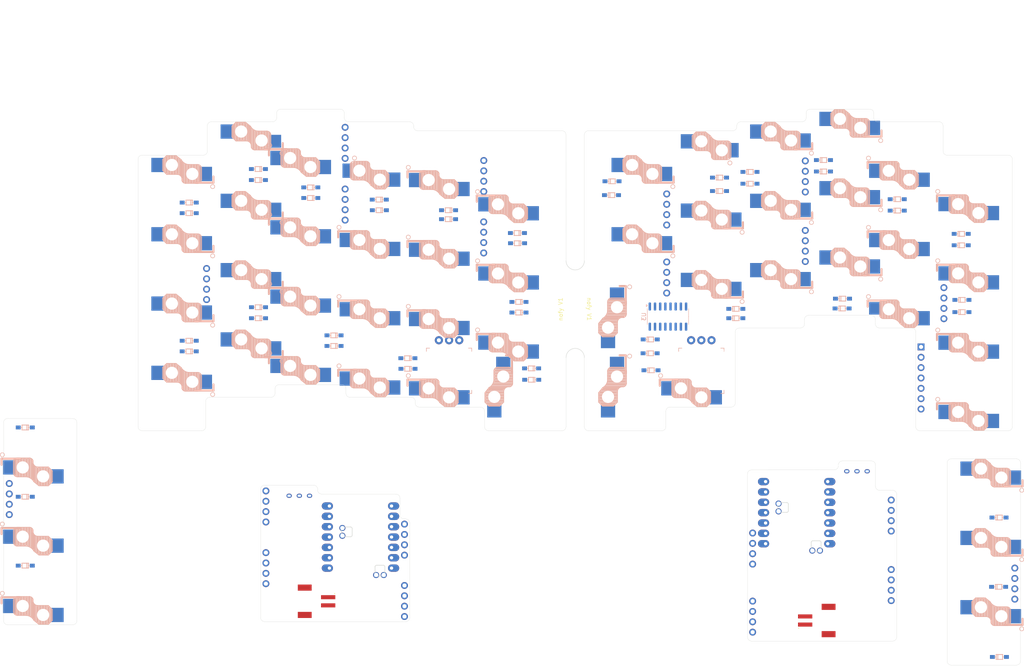
<source format=kicad_pcb>
(kicad_pcb (version 20241229) (generator "pcbnew") (generator_version "9.0")
  (layers (0 "F.Cu" signal) (2 "B.Cu" signal) (13 "F.Paste" user) (15 "B.Paste" user) (5 "F.SilkS" user "F.Silkscreen") (7 "B.SilkS" user "B.Silkscreen") (1 "F.Mask" user) (3 "B.Mask" user) (25 "Edge.Cuts" user))
  (net 0 "")
  (net 1 "Bat")
  (net 2 "Net-(D1-A)")
  (net 3 "Row0")
  (net 4 "Net-(D2-A)")
  (net 5 "Row1")
  (net 6 "Net-(D3-A)")
  (net 7 "Row2")
  (net 8 "Net-(D4-A)")
  (net 9 "Row3")
  (net 10 "Net-(D5-A)")
  (net 11 "Net-(D6-A)")
  (net 12 "Net-(D7-A)")
  (net 13 "Net-(D8-A)")
  (net 14 "Net-(D9-A)")
  (net 15 "Net-(D10-A)")
  (net 16 "Net-(D11-A)")
  (net 17 "Net-(D12-A)")
  (net 18 "Net-(D13-A)")
  (net 19 "Net-(D14-A)")
  (net 20 "Net-(D15-A)")
  (net 21 "Net-(D16-A)")
  (net 22 "Net-(D17-A)")
  (net 23 "Net-(D18-A)")
  (net 24 "CS")
  (net 25 "SCLK")
  (net 26 "MOTION")
  (net 27 "3.3V")
  (net 28 "SDIO")
  (net 29 "Net-(D19-A)")
  (net 30 "Col0")
  (net 31 "Col1")
  (net 32 "Col2")
  (net 33 "Col3")
  (net 34 "Col4")
  (net 35 "VCC")
  (net 36 "Net-(D20-A)")
  (net 37 "Net-(D44-A)")
  (net 38 "Net-(BT1--)")
  (net 39 "Net-(D45-A)")
  (net 40 "Net-(B1--)")
  (net 41 "Net-(D46-A)")
  (net 42 "Net-(D21-A)")
  (net 43 "Col5")
  (net 44 "Net-(D22-A)")
  (net 45 "Net-(D23-A)")
  (net 46 "Net-(D24-A)")
  (net 47 "Col6")
  (net 48 "Net-(D25-A)")
  (net 49 "Net-(D26-A)")
  (net 50 "Net-(D27-A)")
  (net 51 "Net-(D28-A)")
  (net 52 "Col7")
  (net 53 "Net-(D29-A)")
  (net 54 "Net-(D30-A)")
  (net 55 "Net-(D31-A)")
  (net 56 "Net-(D32-A)")
  (net 57 "Net-(D33-A)")
  (net 58 "Col8")
  (net 59 "Net-(D34-A)")
  (net 60 "Net-(D35-A)")
  (net 61 "Net-(D36-A)")
  (net 62 "Net-(D37-A)")
  (net 63 "Col9")
  (net 64 "Net-(D38-A)")
  (net 65 "Net-(D39-A)")
  (net 66 "Net-(D40-A)")
  (net 67 "Col10")
  (net 68 "Net-(D41-A)")
  (net 69 "Net-(D42-A)")
  (net 70 "Row6")
  (net 71 "Row8")
  (net 72 "Row7")
  (net 73 "Row5")
  (net 74 "Bat_L")
  (net 75 "GND_L")
  (net 76 "VCC_L")
  (net 77 "Net-(D43-A)")
  (net 78 "GND_R")
  (net 79 "Net-(D47-A)")
  (net 80 "Net-(D48-A)")
  (net 81 "Net-(D49-A)")
  (net 82 "Net-(D50-A)")
  (net 83 "Net-(D51-A)")
  (net 84 "RE_A_R")
  (net 86 "RE_A_L")
  (net 87 "RE_B_L")
  (net 88 "Col12")
  (net 89 "GND_R_b")
  (net 90 "MISO")
  (net 91 "MOSI")
  (net 92 "RE_B_R")
  (net 93 "SCK")
  (net 94 "GND_L_b")
  (net 95 "Col11")
  (net 98 "col1")
  (net 100 "col0")
  (net 101 "col2")
  (net 102 "col5")
  (net 103 "col4")
  (net 106 "col3")
  (net 107 "Net-(D22-K)")
  (net 108 "Net-(D23-K)")
  (net 109 "Net-(D24-K)")
  (net 110 "Net-(D25-K)")
  (net 111 "Net-(D26-K)")
  (net 112 "Net-(D27-K)")
  (net 113 "Net-(J23-Pin_1)")
  (net 114 "Net-(J24-Pin_1)")
  (net 115 "Net-(J26-Pin_1)")
  (net 116 "Net-(J26-Pin_3)")
  (net 117 "Net-(J26-Pin_4)")
  (net 119 "Net-(J28-Pin_4)")
  (net 120 "Net-(J28-Pin_1)")
  (net 121 "Net-(J28-Pin_3)")
  (net 122 "Net-(J28-Pin_2)")
  (net 123 "Net-(J31-Pin_2)")
  (net 124 "Net-(J31-Pin_1)")
  (net 125 "Net-(J31-Pin_3)")
  (net 126 "Net-(J31-Pin_4)")
  (net 127 "Net-(J33-Pin_4)")
  (net 128 "Net-(J33-Pin_3)")
  (net 129 "Net-(J33-Pin_2)")
  (net 130 "Net-(J33-Pin_1)")
  (net 131 "Net-(J34-Pin_3)")
  (net 132 "Net-(J34-Pin_4)")
  (net 133 "Net-(J34-Pin_1)")
  (net 134 "Net-(J35-Pin_3)")
  (net 135 "Net-(J35-Pin_1)")
  (net 136 "Net-(J35-Pin_2)")
  (net 137 "Net-(J35-Pin_4)")
  (net 138 "Net-(J40-Pin_3)")
  (net 139 "Net-(J40-Pin_2)")
  (net 140 "Net-(J40-Pin_4)")
  (net 141 "Net-(J40-Pin_1)")
  (net 142 "Net-(J41-Pin_4)")
  (net 143 "Net-(J41-Pin_3)")
  (net 144 "Net-(J41-Pin_2)")
  (net 145 "Net-(J41-Pin_1)")
  (footprint "nofy:Pin1x4" (layer "F.Cu") (at 243.78 154.46)
    (property "Reference" "J35" (hide yes))
    (property "Value" "PIn1x4" (hide yes))
    (pad "1" thru_hole circle (at 1.3 1.3) (size 1.7 1.7) (drill 1) (layers "*.Cu" "*.Mask") (net 135 "Net-(J35-Pin_1)"))
    (pad "2" thru_hole oval (at 1.3 3.84) (size 1.7 1.7) (drill 1) (layers "*.Cu" "*.Mask") (net 136 "Net-(J35-Pin_2)"))
    (pad "3" thru_hole oval (at 1.3 6.38) (size 1.7 1.7) (drill 1) (layers "*.Cu" "*.Mask") (net 134 "Net-(J35-Pin_3)"))
    (pad "4" thru_hole oval (at 1.3 8.92) (size 1.7 1.7) (drill 1) (layers "*.Cu" "*.Mask") (net 137 "Net-(J35-Pin_4)"))
  )
  (footprint "nofy:Choc_v2_Hotswap_1u_17mm" (layer "F.Cu") (at 267.1 136.9 180)
    (property "Reference" "SW26" (hide yes))
    (property "Value" "SW_PUSH" (hide yes))
    (pad "" np_thru_hole circle (at -5 3.7 270) (size 3 3) (drill 3) (layers "*.Cu" "*.Mask"))
    (pad "" np_thru_hole circle (at 0 0 270) (size 4.8 4.8) (drill 4.8) (layers "*.Cu" "*.Mask"))
    (pad "" np_thru_hole circle (at 0 5.9 270) (size 3 3) (drill 3) (layers "*.Cu" "*.Mask"))
    (pad "" np_thru_hole circle (at 5 -5.55 180) (size 1 1) (drill oval 1) (layers "*.Cu" "*.Mask"))
    (pad "1" smd rect (at -8.35 3.7) (size 3 3.5) (layers "B.Cu" "B.Mask" "B.Paste") (net 113 "Net-(J23-Pin_1)"))
    (pad "2" smd rect (at 3.55 5.9) (size 3 3.5) (layers "B.Cu" "B.Mask" "B.Paste") (net 44 "Net-(D22-A)"))
  )
  (footprint "MountingHole:MountingHole_3.2mm_M3" (layer "F.Cu") (at 76.6 70.9 90)
    (property "Reference" "J14" (at 0 0 90) (layer "F.SilkS"))
    (property "Value" "Conn_01x01-Connector_Generic" (hide yes))
    (pad "" np_thru_hole circle (at 0 0 90) (size 3.2 3.2) (drill 3.2) (layers "*.Cu" "*.Mask"))
  )
  (footprint "_kicad_footprints:Diode_SMD" (layer "F.Cu") (at 230.346875 89.3)
    (property "Reference" "D11")
    (property "Value" "D" (hide yes))
    (pad "1" smd rect (at 1.053125 0) (size 1.2 0.95) (layers "B.Cu" "B.Mask" "B.Paste") (net 7 "Row2"))
    (pad "2" smd rect (at 4.503125 0) (size 1.2 0.95) (layers "B.Cu" "B.Mask" "B.Paste") (net 16 "Net-(D11-A)"))
  )
  (footprint "nofy:Choc_v2_Hotswap_1u_17mm" (layer "F.Cu") (at 198.5 56.6 180)
    (property "Reference" "SW5" (hide yes))
    (property "Value" "SW_PUSH" (hide yes))
    (pad "" np_thru_hole circle (at -5 3.7 270) (size 3 3) (drill 3) (layers "*.Cu" "*.Mask"))
    (pad "" np_thru_hole circle (at 0 0 270) (size 4.8 4.8) (drill 4.8) (layers "*.Cu" "*.Mask"))
    (pad "" np_thru_hole circle (at 0 5.9 270) (size 3 3) (drill 3) (layers "*.Cu" "*.Mask"))
    (pad "1" smd rect (at -8 3.725) (size 2.3 3.55) (layers "B.Cu" "B.Mask" "B.Paste") (net 30 "Col0"))
    (pad "2" smd rect (at 3.55 5.9) (size 3 3.5) (layers "B.Cu" "B.Mask" "B.Paste") (net 2 "Net-(D1-A)"))
  )
  (footprint "nofy:Choc_v2_Hotswap_1u_17mm" (layer "F.Cu") (at 153.6 113.4 -90)
    (property "Reference" "SW55" (hide yes))
    (property "Value" "SW_PUSH" (hide yes))
    (pad "" np_thru_hole circle (at -5 3.7) (size 3 3) (drill 3) (layers "*.Cu" "*.Mask"))
    (pad "" np_thru_hole circle (at 0 0) (size 4.8 4.8) (drill 4.8) (layers "*.Cu" "*.Mask"))
    (pad "" np_thru_hole circle (at 0 5.9) (size 3 3) (drill 3) (layers "*.Cu" "*.Mask"))
    (pad "" np_thru_hole circle (at 5 -5.55 270) (size 1 1) (drill oval 1) (layers "*.Cu" "*.Mask"))
    (pad "1" smd rect (at -8.35 3.7 90) (size 3 3.5) (layers "B.Cu" "B.Mask" "B.Paste") (net 88 "Col12"))
    (pad "2" smd rect (at 3.55 5.9 90) (size 3 3.5) (layers "B.Cu" "B.Mask" "B.Paste") (net 83 "Net-(D51-A)"))
  )
  (footprint "nofy:Choc_v2_Hotswap_1u_17mm" (layer "F.Cu") (at 267.1 153.9 180)
    (property "Reference" "SW27" (hide yes))
    (property "Value" "SW_PUSH" (hide yes))
    (pad "" np_thru_hole circle (at -5 3.7 270) (size 3 3) (drill 3) (layers "*.Cu" "*.Mask"))
    (pad "" np_thru_hole circle (at 0 0 270) (size 4.8 4.8) (drill 4.8) (layers "*.Cu" "*.Mask"))
    (pad "" np_thru_hole circle (at 0 5.9 270) (size 3 3) (drill 3) (layers "*.Cu" "*.Mask"))
    (pad "" np_thru_hole circle (at 5 -5.55 180) (size 1 1) (drill oval 1) (layers "*.Cu" "*.Mask"))
    (pad "1" smd rect (at -8.35 3.7) (size 3 3.5) (layers "B.Cu" "B.Mask" "B.Paste") (net 113 "Net-(J23-Pin_1)"))
    (pad "2" smd rect (at 3.55 5.9) (size 3 3.5) (layers "B.Cu" "B.Mask" "B.Paste") (net 45 "Net-(D23-A)"))
  )
  (footprint "MountingHole:MountingHole_3.2mm_M3" (layer "F.Cu") (at 150.7 28.1)
    (property "Reference" "J13" (at 0 0 0) (layer "F.SilkS"))
    (property "Value" "Conn_01x01-Connector_Generic" (hide yes))
    (pad "" np_thru_hole circle (at 0 0) (size 3.2 3.2) (drill 3.2) (layers "*.Cu" "*.Mask"))
  )
  (footprint "_kicad_footprints:XIAO_nRF52840_wBAT_wNFC_1" (layer "F.Cu") (at 221.88 131.3)
    (property "Reference" "U1" (hide yes))
    (property "Value" "~" (hide yes))
    (fp_line (start -4.707753 9.749447) (end -4.707753 8.708047) (stroke (width 0.12)) (layer "Edge.Cuts"))
    (fp_line (start -4.021953 8.022247) (end -2.421753 8.022247) (stroke (width 0.12)) (layer "Edge.Cuts"))
    (fp_line (start -2.421753 10.435247) (end -4.021953 10.435247) (stroke (width 0.12)) (layer "Edge.Cuts"))
    (fp_line (start -2.040753 8.403247) (end -2.040753 10.054247) (stroke (width 0.12)) (layer "Edge.Cuts"))
    (fp_line (start 3.572247 19.391953) (end 3.572247 17.791753) (stroke (width 0.12)) (layer "Edge.Cuts"))
    (fp_line (start 3.953247 17.410753) (end 5.604247 17.410753) (stroke (width 0.12)) (layer "Edge.Cuts"))
    (fp_line (start 5.299447 20.077753) (end 4.258047 20.077753) (stroke (width 0.12)) (layer "Edge.Cuts"))
    (fp_line (start 5.985247 17.791753) (end 5.985247 19.391953) (stroke (width 0.12)) (layer "Edge.Cuts"))
    (fp_arc (start -4.707753 9.749447) (mid -4.104146 9.831637) (end -4.021953 10.435247) (stroke (width 0.12)) (layer "Edge.Cuts"))
    (fp_arc (start -4.021953 8.022247) (mid -4.104144 8.625856) (end -4.707753 8.708047) (stroke (width 0.12)) (layer "Edge.Cuts"))
    (fp_arc (start -2.421753 8.022247) (mid -2.152342 8.133838) (end -2.040753 8.403247) (stroke (width 0.12)) (layer "Edge.Cuts"))
    (fp_arc (start -2.040753 10.054247) (mid -2.152344 10.323656) (end -2.421753 10.435247) (stroke (width 0.12)) (layer "Edge.Cuts"))
    (fp_arc (start 3.572247 17.791753) (mid 3.683838 17.522342) (end 3.953247 17.410753) (stroke (width 0.12)) (layer "Edge.Cuts"))
    (fp_arc (start 3.572247 19.391953) (mid 4.175856 19.474144) (end 4.258047 20.077753) (stroke (width 0.12)) (layer "Edge.Cuts"))
    (fp_arc (start 5.299447 20.077753) (mid 5.381637 19.474146) (end 5.985247 19.391953) (stroke (width 0.12)) (layer "Edge.Cuts"))
    (fp_arc (start 5.604247 17.410753) (mid 5.873656 17.522344) (end 5.985247 17.791753) (stroke (width 0.12)) (layer "Edge.Cuts"))
    (pad "1" thru_hole oval (at -7.62 2.88) (size 2.75 1.8) (drill 0.8128 (offset -0.5 0)) (layers "*.Cu" "*.Mask") (net 141 "Net-(J40-Pin_1)"))
    (pad "2" thru_hole oval (at -7.62 5.42) (size 2.75 1.8) (drill 0.8128 (offset -0.5 0)) (layers "*.Cu" "*.Mask") (net 139 "Net-(J40-Pin_2)"))
    (pad "3" thru_hole oval (at -7.62 7.96) (size 2.75 1.8) (drill 0.8128 (offset -0.5 0)) (layers "*.Cu" "*.Mask") (net 138 "Net-(J40-Pin_3)"))
    (pad "4" thru_hole oval (at -7.62 10.5) (size 2.75 1.8) (drill 0.8128 (offset -0.5 0)) (layers "*.Cu" "*.Mask") (net 140 "Net-(J40-Pin_4)"))
    (pad "5" thru_hole oval (at -7.62 13.04) (size 2.75 1.8) (drill 0.8128 (offset -0.5 0)) (layers "*.Cu" "*.Mask") (net 145 "Net-(J41-Pin_1)"))
    (pad "6" thru_hole oval (at -7.62 15.58) (size 2.75 1.8) (drill 0.8128 (offset -0.5 0)) (layers "*.Cu" "*.Mask") (net 144 "Net-(J41-Pin_2)"))
    (pad "7" thru_hole oval (at -7.62 18.12) (size 2.75 1.8) (drill 0.8128 (offset -0.5 0)) (layers "*.Cu" "*.Mask") (net 143 "Net-(J41-Pin_3)"))
    (pad "8" thru_hole oval (at 7.62 18.12) (size 2.75 1.8) (drill 0.8128 (offset 0.5 0)) (layers "*.Cu" "*.Mask") (net 134 "Net-(J35-Pin_3)"))
    (pad "9" thru_hole oval (at 7.62 15.58) (size 2.75 1.8) (drill 0.8128 (offset 0.5 0)) (layers "*.Cu" "*.Mask") (net 136 "Net-(J35-Pin_2)"))
    (pad "10" thru_hole oval (at 7.62 13.04) (size 2.75 1.8) (drill 0.8128 (offset 0.5 0)) (layers "*.Cu" "*.Mask") (net 135 "Net-(J35-Pin_1)"))
    (pad "11" thru_hole oval (at 7.62 10.5) (size 2.75 1.8) (drill 0.8128 (offset 0.5 0)) (layers "*.Cu" "*.Mask") (net 132 "Net-(J34-Pin_4)"))
    (pad "12" thru_hole oval (at 7.62 7.96) (size 2.75 1.8) (drill 0.8128 (offset 0.5 0)) (layers "*.Cu" "*.Mask") (net 131 "Net-(J34-Pin_3)"))
    (pad "13" thru_hole oval (at 7.62 5.42) (size 2.75 1.8) (drill 0.8128 (offset 0.5 0)) (layers "*.Cu" "*.Mask") (net 89 "GND_R_b"))
    (pad "14" thru_hole oval (at 7.62 2.88) (size 2.75 1.8) (drill 0.8128 (offset 0.5 0)) (layers "*.Cu" "*.Mask") (net 133 "Net-(J34-Pin_1)"))
    (pad "15" thru_hole circle (at 3.8354 19.812 90) (size 1.5 1.5) (drill 1) (layers "*.Cu" "*.Mask") (net 137 "Net-(J35-Pin_4)"))
    (pad "16" thru_hole circle (at 5.715 19.812 270) (size 1.5 1.5) (drill 1) (layers "*.Cu" "*.Mask") (net 142 "Net-(J41-Pin_4)"))
    (pad "20" thru_hole circle (at -4.445 10.183 270) (size 1.5 1.5) (drill 1) (layers "*.Cu" "*.Mask") (net 1 "Bat"))
    (pad "21" thru_hole circle (at -4.445 8.278 90) (size 1.5 1.5) (drill 1) (layers "*.Cu" "*.Mask") (net 89 "GND_R_b"))
  )
  (footprint "nofy:Choc_v2_Hotswap_1u_17mm" (layer "F.Cu") (at 181.5 96.4 -90)
    (property "Reference" "SW12" (hide yes))
    (property "Value" "SW_PUSH" (hide yes))
    (pad "" np_thru_hole circle (at -5 3.7) (size 3 3) (drill 3) (layers "*.Cu" "*.Mask"))
    (pad "" np_thru_hole circle (at 0 0) (size 4.8 4.8) (drill 4.8) (layers "*.Cu" "*.Mask"))
    (pad "" np_thru_hole circle (at 0 5.9) (size 3 3) (drill 3) (layers "*.Cu" "*.Mask"))
    (pad "" np_thru_hole circle (at 5 -5.55 270) (size 1 1) (drill oval 1) (layers "*.Cu" "*.Mask"))
    (pad "1" smd rect (at -8.35 3.7 90) (size 3 3.5) (layers "B.Cu" "B.Mask" "B.Paste") (net 31 "Col1"))
    (pad "2" smd rect (at 3.55 5.9 90) (size 3 3.5) (layers "B.Cu" "B.Mask" "B.Paste") (net 13 "Net-(D8-A)"))
  )
  (footprint "nofy:Choc_v2_Hotswap_1u_17mm" (layer "F.Cu") (at 249.5 88.2)
    (property "Reference" "SW19" (hide yes))
    (property "Value" "SW_PUSH" (hide yes))
    (pad "" np_thru_hole circle (at -5 3.7 90) (size 3 3) (drill 3) (layers "*.Cu" "*.Mask"))
    (pad "" np_thru_hole circle (at 0 0 90) (size 4.8 4.8) (drill 4.8) (layers "*.Cu" "*.Mask"))
    (pad "" np_thru_hole circle (at 0 5.9 90) (size 3 3) (drill 3) (layers "*.Cu" "*.Mask"))
    (pad "" np_thru_hole circle (at 5 -5.55) (size 1 1) (drill oval 1) (layers "*.Cu" "*.Mask"))
    (pad "1" smd rect (at -8.35 3.475 180) (size 3 3.05) (layers "B.Cu" "B.Mask" "B.Paste") (net 33 "Col3"))
    (pad "2" smd rect (at 3.55 5.9 180) (size 3 3.5) (layers "B.Cu" "B.Mask" "B.Paste") (net 20 "Net-(D15-A)"))
  )
  (footprint "nofy:Choc_v2_Hotswap_1u_17mm" (layer "F.Cu") (at 198.5 107.6)
    (property "Reference" "SW20" (hide yes))
    (property "Value" "SW_PUSH" (hide yes))
    (pad "" np_thru_hole circle (at -5 3.7 90) (size 3 3) (drill 3) (layers "*.Cu" "*.Mask"))
    (pad "" np_thru_hole circle (at 0 0 90) (size 4.8 4.8) (drill 4.8) (layers "*.Cu" "*.Mask"))
    (pad "" np_thru_hole circle (at 0 5.9 90) (size 3 3) (drill 3) (layers "*.Cu" "*.Mask"))
    (pad "" np_thru_hole circle (at 5 -5.55) (size 1 1) (drill oval 1) (layers "*.Cu" "*.Mask"))
    (pad "1" smd rect (at -8.35 3.7 180) (size 3 3.5) (layers "B.Cu" "B.Mask" "B.Paste") (net 33 "Col3"))
    (pad "2" smd rect (at 3.55 5.9 180) (size 3 3.5) (layers "B.Cu" "B.Mask" "B.Paste") (net 21 "Net-(D16-A)"))
  )
  (footprint "_kicad_footprints:TGSW_MSK-12D19" (layer "F.Cu") (at 236.68 128.9)
    (property "Reference" "SW4")
    (property "Value" "SW_SPDT" (hide yes))
    (pad "1" thru_hole oval (at -2.5 2.75) (size 1.3 1) (drill oval 0.8 0.5) (layers "*.Cu" "*.Mask") (clearance 0.15))
    (pad "2" thru_hole oval (at 0 2.75) (size 1.3 1) (drill oval 0.8 0.5) (layers "*.Cu" "*.Mask") (net 38 "Net-(BT1--)") (clearance 0.15))
    (pad "3" thru_hole oval (at 2.5 2.75) (size 1.3 1) (drill oval 0.8 0.5) (layers "*.Cu" "*.Mask") (net 89 "GND_R_b") (clearance 0.15))
  )
  (footprint "_kicad_footprints:Diode_SMD" (layer "F.Cu") (at 139.253125 67.6 180)
    (property "Reference" "D44")
    (property "Value" "D" (hide yes))
    (pad "1" smd rect (at 1.053125 0 180) (size 1.2 0.95) (layers "B.Cu" "B.Mask" "B.Paste") (net 73 "Row5"))
    (pad "2" smd rect (at 4.503125 0 180) (size 1.2 0.95) (layers "B.Cu" "B.Mask" "B.Paste") (net 37 "Net-(D44-A)"))
  )
  (footprint "MountingHole:MountingHole_3.2mm_M3" (layer "F.Cu") (at 76.7 104.9 90)
    (property "Reference" "J16" (at 0 0 90) (layer "F.SilkS"))
    (property "Value" "Conn_01x01-Connector_Generic" (hide yes))
    (pad "" np_thru_hole circle (at 0 0 90) (size 3.2 3.2) (drill 3.2) (layers "*.Cu" "*.Mask"))
  )
  (footprint "MountingHole:MountingHole_3.2mm_M3" (layer "F.Cu") (at 258.5 70.9)
    (property "Reference" "J21" (at 0 0 0) (layer "F.SilkS"))
    (property "Value" "Conn_01x01-Connector_Generic" (hide yes))
    (pad "" np_thru_hole circle (at 0 0) (size 3.2 3.2) (drill 3.2) (layers "*.Cu" "*.Mask"))
  )
  (footprint "_kicad_footprints:Diode_SMD" (layer "F.Cu") (at 243.773438 67.7)
    (property "Reference" "D14")
    (property "Value" "D" (hide yes))
    (pad "1" smd rect (at 1.053125 0) (size 1.2 0.95) (layers "B.Cu" "B.Mask" "B.Paste") (net 5 "Row1"))
    (pad "2" smd rect (at 4.503125 0) (size 1.2 0.95) (layers "B.Cu" "B.Mask" "B.Paste") (net 19 "Net-(D14-A)"))
  )
  (footprint "_kicad_footprints:Diode_SMD" (layer "F.Cu") (at 225.673438 58.1)
    (property "Reference" "D10")
    (property "Value" "D" (hide yes))
    (pad "1" smd rect (at 1.053125 0) (size 1.2 0.95) (layers "B.Cu" "B.Mask" "B.Paste") (net 5 "Row1"))
    (pad "2" smd rect (at 4.503125 0) (size 1.2 0.95) (layers "B.Cu" "B.Mask" "B.Paste") (net 15 "Net-(D10-A)"))
  )
  (footprint "_kicad_footprints:Diode_SMD" (layer "F.Cu") (at 92.6031 60.2 180)
    (property "Reference" "D33")
    (property "Value" "D" (hide yes))
    (pad "1" smd rect (at 1.053125 0 180) (size 1.2 0.95) (layers "B.Cu" "B.Mask" "B.Paste") (net 70 "Row6"))
    (pad "2" smd rect (at 4.503125 0 180) (size 1.2 0.95) (layers "B.Cu" "B.Mask" "B.Paste") (net 57 "Net-(D33-A)"))
  )
  (footprint "_kicad_footprints:Diode_SMD" (layer "F.Cu") (at 259.6469 92.6)
    (property "Reference" "D20")
    (property "Value" "D" (hide yes))
    (pad "1" smd rect (at 1.053125 0) (size 1.2 0.95) (layers "B.Cu" "B.Mask" "B.Paste") (net 9 "Row3"))
    (pad "2" smd rect (at 4.503125 0) (size 1.2 0.95) (layers "B.Cu" "B.Mask" "B.Paste") (net 36 "Net-(D20-A)"))
  )
  (footprint "_kicad_footprints:Diode_SMD" (layer "F.Cu") (at 204.173438 91.8)
    (property "Reference" "D3")
    (property "Value" "D" (hide yes))
    (pad "1" smd rect (at 1.053125 0) (size 1.2 0.95) (layers "B.Cu" "B.Mask" "B.Paste") (net 7 "Row2"))
    (pad "2" smd rect (at 4.503125 0) (size 1.2 0.95) (layers "B.Cu" "B.Mask" "B.Paste") (net 6 "Net-(D3-A)"))
  )
  (footprint "_kicad_footprints:Diode_SMD" (layer "F.Cu") (at 139.250001 69.8 180)
    (property "Reference" "D45")
    (property "Value" "D" (hide yes))
    (pad "1" smd rect (at 1.053125 0 180) (size 1.2 0.95) (layers "B.Cu" "B.Mask" "B.Paste") (net 70 "Row6"))
    (pad "2" smd rect (at 4.503125 0 180) (size 1.2 0.95) (layers "B.Cu" "B.Mask" "B.Paste") (net 39 "Net-(D45-A)"))
  )
  (footprint "nofy:StampHole" (layer "F.Cu") (at 167.55 91.5)
    (property "Reference" "REF**" (hide yes))
    (property "Value" "StampHole" (hide yes))
    (fp_arc (start -2.25 12.25) (mid 0 10) (end 2.25 12.25) (stroke (width 0.1)) (layer "Edge.Cuts"))
    (fp_arc (start 2.25 -11.5) (mid 0 -9.25) (end -2.25 -11.5) (stroke (width 0.1)) (layer "Edge.Cuts"))
    (pad "" np_thru_hole circle (at -1.6 -9.4) (size 0.6 0.6) (drill 1) (layers "*.Cu" "*.Mask"))
    (pad "" np_thru_hole circle (at -1.6 -7.9) (size 0.6 0.6) (drill 1) (layers "*.Cu" "*.Mask"))
    (pad "" np_thru_hole circle (at -1.6 -6.4) (size 0.6 0.6) (drill 1) (layers "*.Cu" "*.Mask"))
    (pad "" np_thru_hole circle (at -1.6 -4.9) (size 0.6 0.6) (drill 1) (layers "*.Cu" "*.Mask"))
    (pad "" np_thru_hole circle (at -1.6 -3.4) (size 0.6 0.6) (drill 1) (layers "*.Cu" "*.Mask"))
    (pad "" np_thru_hole circle (at -1.6 -1.9) (size 0.6 0.6) (drill 1) (layers "*.Cu" "*.Mask"))
    (pad "" np_thru_hole circle (at -1.6 -0.4) (size 0.6 0.6) (drill 1) (layers "*.Cu" "*.Mask"))
    (pad "" np_thru_hole circle (at -1.6 1.1) (size 0.6 0.6) (drill 1) (layers "*.Cu" "*.Mask"))
    (pad "" np_thru_hole circle (at -1.6 2.6) (size 0.6 0.6) (drill 1) (layers "*.Cu" "*.Mask"))
    (pad "" np_thru_hole circle (at -1.6 4.1) (size 0.6 0.6) (drill 1) (layers "*.Cu" "*.Mask"))
    (pad "" np_thru_hole circle (at -1.6 5.6) (size 0.6 0.6) (drill 1) (layers "*.Cu" "*.Mask"))
    (pad "" np_thru_hole circle (at -1.6 7.1) (size 0.6 0.6) (drill 1) (layers "*.Cu" "*.Mask"))
    (pad "" np_thru_hole circle (at -1.6 8.6) (size 0.6 0.6) (drill 1) (layers "*.Cu" "*.Mask"))
    (pad "" np_thru_hole circle (at -1.6 10.1) (size 0.6 0.6) (drill 1) (layers "*.Cu" "*.Mask"))
    (pad "" np_thru_hole circle (at 1.6 -9.4) (size 0.6 0.6) (drill 1) (layers "*.Cu" "*.Mask"))
    (pad "" np_thru_hole circle (at 1.6 -7.9) (size 0.6 0.6) (drill 1) (layers "*.Cu" "*.Mask"))
    (pad "" np_thru_hole circle (at 1.6 -6.4) (size 0.6 0.6) (drill 1) (layers "*.Cu" "*.Mask"))
    (pad "" np_thru_hole circle (at 1.6 -4.9) (size 0.6 0.6) (drill 1) (layers "*.Cu" "*.Mask"))
    (pad "" np_thru_hole circle (at 1.6 -3.4) (size 0.6 0.6) (drill 1) (layers "*.Cu" "*.Mask"))
    (pad "" np_thru_hole circle (at 1.6 -1.9) (size 0.6 0.6) (drill 1) (layers "*.Cu" "*.Mask"))
    (pad "" np_thru_hole circle (at 1.6 -0.4) (size 0.6 0.6) (drill 1) (layers "*.Cu" "*.Mask"))
    (pad "" np_thru_hole circle (at 1.6 1.1) (size 0.6 0.6) (drill 1) (layers "*.Cu" "*.Mask"))
    (pad "" np_thru_hole circle (at 1.6 2.6) (size 0.6 0.6) (drill 1) (layers "*.Cu" "*.Mask"))
    (pad "" np_thru_hole circle (at 1.6 4.1) (size 0.6 0.6) (drill 1) (layers "*.Cu" "*.Mask"))
    (pad "" np_thru_hole circle (at 1.6 5.6) (size 0.6 0.6) (drill 1) (layers "*.Cu" "*.Mask"))
    (pad "" np_thru_hole circle (at 1.6 7.1) (size 0.6 0.6) (drill 1) (layers "*.Cu" "*.Mask"))
    (pad "" np_thru_hole circle (at 1.6 8.6) (size 0.6 0.6) (drill 1) (layers "*.Cu" "*.Mask"))
    (pad "" np_thru_hole circle (at 1.6 10.1) (size 0.6 0.6) (drill 1) (layers "*.Cu" "*.Mask"))
  )
  (footprint "_kicad_footprints:Diode_SMD" (layer "F.Cu") (at 183.173438 99.3)
    (property "Reference" "D8")
    (property "Value" "D" (hide yes))
    (pad "1" smd rect (at 1.053125 0) (size 1.2 0.95) (layers "B.Cu" "B.Mask" "B.Paste") (net 9 "Row3"))
    (pad "2" smd rect (at 4.503125 0) (size 1.2 0.95) (layers "B.Cu" "B.Mask" "B.Paste") (net 13 "Net-(D8-A)"))
  )
  (footprint "nofy:Pin1x4" (layer "F.Cu") (at 256.7 85.3)
    (property "Reference" "J22" (hide yes))
    (property "Value" "PIn1x4" (hide yes))
    (pad "1" thru_hole circle (at 1.3 1.3) (size 1.7 1.7) (drill 1) (layers "*.Cu" "*.Mask") (net 43 "Col5"))
    (pad "2" thru_hole oval (at 1.3 3.84) (size 1.7 1.7) (drill 1) (layers "*.Cu" "*.Mask") (net 5 "Row1"))
    (pad "3" thru_hole oval (at 1.3 6.38) (size 1.7 1.7) (drill 1) (layers "*.Cu" "*.Mask") (net 7 "Row2"))
    (pad "4" thru_hole oval (at 1.3 8.92) (size 1.7 1.7) (drill 1) (layers "*.Cu" "*.Mask") (net 9 "Row3"))
  )
  (footprint "nofy:Choc_v2_Hotswap_1u_17mm" (layer "F.Cu") (at 267.1 170.9 180)
    (property "Reference" "SW28" (hide yes))
    (property "Value" "SW_PUSH" (hide yes))
    (pad "" np_thru_hole circle (at -5 3.7 270) (size 3 3) (drill 3) (layers "*.Cu" "*.Mask"))
    (pad "" np_thru_hole circle (at 0 0 270) (size 4.8 4.8) (drill 4.8) (layers "*.Cu" "*.Mask"))
    (pad "" np_thru_hole circle (at 0 5.9 270) (size 3 3) (drill 3) (layers "*.Cu" "*.Mask"))
    (pad "" np_thru_hole circle (at 5 -5.55 180) (size 1 1) (drill oval 1) (layers "*.Cu" "*.Mask"))
    (pad "1" smd rect (at -8.35 3.7) (size 3 3.5) (layers "B.Cu" "B.Mask" "B.Paste") (net 113 "Net-(J23-Pin_1)"))
    (pad "2" smd rect (at 3.55 5.9) (size 3 3.5) (layers "B.Cu" "B.Mask" "B.Paste") (net 46 "Net-(D24-A)"))
  )
  (footprint "nofy:Pin1x4" (layer "F.Cu") (at 90.3646 150.313)
    (property "Reference" "J33" (hide yes))
    (property "Value" "PIn1x4" (hide yes))
    (pad "1" thru_hole circle (at 1.3 1.3) (size 1.7 1.7) (drill 1) (layers "*.Cu" "*.Mask") (net 130 "Net-(J33-Pin_1)"))
    (pad "2" thru_hole oval (at 1.3 3.84) (size 1.7 1.7) (drill 1) (layers "*.Cu" "*.Mask") (net 129 "Net-(J33-Pin_2)"))
    (pad "3" thru_hole oval (at 1.3 6.38) (size 1.7 1.7) (drill 1) (layers "*.Cu" "*.Mask") (net 128 "Net-(J33-Pin_3)"))
    (pad "4" thru_hole oval (at 1.3 8.92) (size 1.7 1.7) (drill 1) (layers "*.Cu" "*.Mask") (net 127 "Net-(J33-Pin_4)"))
  )
  (footprint "nofy:Pin1x4" (layer "F.Cu") (at 209.78 162.2)
    (property "Reference" "J41" (hide yes))
    (property "Value" "PIn1x4" (hide yes))
    (pad "1" thru_hole circle (at 1.3 1.3) (size 1.7 1.7) (drill 1) (layers "*.Cu" "*.Mask") (net 145 "Net-(J41-Pin_1)"))
    (pad "2" thru_hole oval (at 1.3 3.84) (size 1.7 1.7) (drill 1) (layers "*.Cu" "*.Mask") (net 144 "Net-(J41-Pin_2)"))
    (pad "3" thru_hole oval (at 1.3 6.38) (size 1.7 1.7) (drill 1) (layers "*.Cu" "*.Mask") (net 143 "Net-(J41-Pin_3)"))
    (pad "4" thru_hole oval (at 1.3 8.92) (size 1.7 1.7) (drill 1) (layers "*.Cu" "*.Mask") (net 142 "Net-(J41-Pin_4)"))
  )
  (footprint "_kicad_footprints:Diode_SMD" (layer "F.Cu") (at 111.153125 100.9 180)
    (property "Reference" "D39")
    (property "Value" "D" (hide yes))
    (pad "1" smd rect (at 1.053125 0 180) (size 1.2 0.95) (layers "B.Cu" "B.Mask" "B.Paste") (net 71 "Row8"))
    (pad "2" smd rect (at 4.503125 0 180) (size 1.2 0.95) (layers "B.Cu" "B.Mask" "B.Paste") (net 65 "Net-(D39-A)"))
  )
  (footprint "nofy:Choc_v2_Hotswap_1u_17mm" (layer "F.Cu") (at 249.5 54.225)
    (property "Reference" "SW17" (hide yes))
    (property "Value" "SW_PUSH" (hide yes))
    (pad "" np_thru_hole circle (at -5 3.7 90) (size 3 3) (drill 3) (layers "*.Cu" "*.Mask"))
    (pad "" np_thru_hole circle (at 0 0 90) (size 4.8 4.8) (drill 4.8) (layers "*.Cu" "*.Mask"))
    (pad "" np_thru_hole circle (at 0 5.9 90) (size 3 3) (drill 3) (layers "*.Cu" "*.Mask"))
    (pad "" np_thru_hole circle (at 5 -5.55) (size 1 1) (drill oval 1) (layers "*.Cu" "*.Mask"))
    (pad "1" smd rect (at -8.35 3.7 180) (size 3 3.5) (layers "B.Cu" "B.Mask" "B.Paste") (net 33 "Col3"))
    (pad "2" smd rect (at 3.55 5.9 180) (size 3 3.5) (layers "B.Cu" "B.Mask" "B.Paste") (net 18 "Net-(D13-A)"))
  )
  (footprint "_kicad_footprints:Diode_SMD" (layer "F.Cu") (at 75.6266 102.225 180)
    (property "Reference" "D31")
    (property "Value" "D" (hide yes))
    (pad "1" smd rect (at 1.053125 0 180) (size 1.2 0.95) (layers "B.Cu" "B.Mask" "B.Paste") (net 71 "Row8"))
    (pad "2" smd rect (at 4.503125 0 180) (size 1.2 0.95) (layers "B.Cu" "B.Mask" "B.Paste") (net 55 "Net-(D31-A)"))
  )
  (footprint "_kicad_footprints:Diode_SMD" (layer "F.Cu") (at 268.846875 177.2)
    (property "Reference" "D24")
    (property "Value" "D" (hide yes))
    (pad "1" smd rect (at 1.053125 0) (size 1.2 0.95) (layers "B.Cu" "B.Mask" "B.Paste") (net 109 "Net-(D24-K)"))
    (pad "2" smd rect (at 4.503125 0) (size 1.2 0.95) (layers "B.Cu" "B.Mask" "B.Paste") (net 46 "Net-(D24-A)"))
  )
  (footprint "nofy:Pin1x4" (layer "F.Cu") (at 222.7 54.2)
    (property "Reference" "J38" (hide yes))
    (property "Value" "PIn1x4" (hide yes))
    (pad "1" thru_hole circle (at 1.3 1.3) (size 1.7 1.7) (drill 1) (layers "*.Cu" "*.Mask") (net 35 "VCC"))
    (pad "2" thru_hole oval (at 1.3 3.84) (size 1.7 1.7) (drill 1) (layers "*.Cu" "*.Mask") (net 78 "GND_R"))
    (pad "3" thru_hole oval (at 1.3 6.38) (size 1.7 1.7) (drill 1) (layers "*.Cu" "*.Mask") (net 27 "3.3V"))
    (pad "4" thru_hole oval (at 1.3 8.92) (size 1.7 1.7) (drill 1) (layers "*.Cu" "*.Mask") (net 91 "MOSI"))
  )
  (footprint "nofy:Choc_v2_Hotswap_1u_17mm" (layer "F.Cu") (at 37 161)
    (property "Reference" "SW31" (hide yes))
    (property "Value" "SW_PUSH" (hide yes))
    (pad "" np_thru_hole circle (at -5 3.7 90) (size 3 3) (drill 3) (layers "*.Cu" "*.Mask"))
    (pad "" np_thru_hole circle (at 0 0 90) (size 4.8 4.8) (drill 4.8) (layers "*.Cu" "*.Mask"))
    (pad "" np_thru_hole circle (at 0 5.9 90) (size 3 3) (drill 3) (layers "*.Cu" "*.Mask"))
    (pad "" np_thru_hole circle (at 5 -5.55) (size 1 1) (drill oval 1) (layers "*.Cu" "*.Mask"))
    (pad "1" smd rect (at -8.35 3.7 180) (size 3 3.5) (layers "B.Cu" "B.Mask" "B.Paste") (net 114 "Net-(J24-Pin_1)"))
    (pad "2" smd rect (at 3.55 5.9 180) (size 3 3.5) (layers "B.Cu" "B.Mask" "B.Paste") (net 50 "Net-(D27-A)"))
  )
  (footprint "nofy:Choc_v2_Hotswap_1u_17mm" (layer "F.Cu") (at 68.6 96.4 180)
    (property "Reference" "SW34" (hide yes))
    (property "Value" "SW_PUSH" (hide yes))
    (pad "" np_thru_hole circle (at -5 3.7 270) (size 3 3) (drill 3) (layers "*.Cu" "*.Mask"))
    (pad "" np_thru_hole circle (at 0 0 270) (size 4.8 4.8) (drill 4.8) (layers "*.Cu" "*.Mask"))
    (pad "" np_thru_hole circle (at 0 5.9 270) (size 3 3) (drill 3) (layers "*.Cu" "*.Mask"))
    (pad "" np_thru_hole circle (at 5 -5.55 180) (size 1 1) (drill oval 1) (layers "*.Cu" "*.Mask"))
    (pad "1" smd rect (at -8.35 3.7) (size 3 3.5) (layers "B.Cu" "B.Mask" "B.Paste") (net 52 "Col7"))
    (pad "2" smd rect (at 3.55 5.9) (size 3 3.5) (layers "B.Cu" "B.Mask" "B.Paste") (net 54 "Net-(D30-A)"))
  )
  (footprint "nofy:Choc_v2_Hotswap_1u_17mm" (layer "F.Cu") (at 68.6 113.4 180)
    (property "Reference" "SW35" (hide yes))
    (property "Value" "SW_PUSH" (hide yes))
    (pad "" np_thru_hole circle (at -5 3.7 270) (size 3 3) (drill 3) (layers "*.Cu" "*.Mask"))
    (pad "" np_thru_hole circle (at 0 0 270) (size 4.8 4.8) (drill 4.8) (layers "*.Cu" "*.Mask"))
    (pad "" np_thru_hole circle (at 0 5.9 270) (size 3 3) (drill 3) (layers "*.Cu" "*.Mask"))
    (pad "" np_thru_hole circle (at 5 -5.55 180) (size 1 1) (drill oval 1) (layers "*.Cu" "*.Mask"))
    (pad "1" smd rect (at -8.35 3.7) (size 3 3.5) (layers "B.Cu" "B.Mask" "B.Paste") (net 52 "Col7"))
    (pad "2" smd rect (at 3.55 5.9) (size 3 3.5) (layers "B.Cu" "B.Mask" "B.Paste") (net 55 "Net-(D31-A)"))
  )
  (footprint "_kicad_footprints:Diode_SMD" (layer "F.Cu") (at 268.746875 143)
    (property "Reference" "D22")
    (property "Value" "D" (hide yes))
    (pad "1" smd rect (at 1.053125 0) (size 1.2 0.95) (layers "B.Cu" "B.Mask" "B.Paste") (net 107 "Net-(D22-K)"))
    (pad "2" smd rect (at 4.503125 0) (size 1.2 0.95) (layers "B.Cu" "B.Mask" "B.Paste") (net 44 "Net-(D22-A)"))
  )
  (footprint "nofy:Choc_v2_Hotswap_1u_17mm" (layer "F.Cu") (at 153.6 96.375)
    (property "Reference" "SW54" (hide yes))
    (property "Value" "SW_PUSH" (hide yes))
    (pad "" np_thru_hole circle (at -5 3.7 90) (size 3 3) (drill 3) (layers "*.Cu" "*.Mask"))
    (pad "" np_thru_hole circle (at 0 0 90) (size 4.8 4.8) (drill 4.8) (layers "*.Cu" "*.Mask"))
    (pad "" np_thru_hole circle (at 0 5.9 90) (size 3 3) (drill 3) (layers "*.Cu" "*.Mask"))
    (pad "" np_thru_hole circle (at 5 -5.55) (size 1 1) (drill oval 1) (layers "*.Cu" "*.Mask"))
    (pad "1" smd rect (at -8.35 3.7 180) (size 3 3.5) (layers "B.Cu" "B.Mask" "B.Paste") (net 88 "Col12"))
    (pad "2" smd rect (at 3.55 5.9 180) (size 3 3.5) (layers "B.Cu" "B.Mask" "B.Paste") (net 82 "Net-(D50-A)"))
  )
  (footprint "nofy:Choc_v2_Hotswap_1u_17mm" (layer "F.Cu") (at 153.6 79.425)
    (property "Reference" "SW53" (hide yes))
    (property "Value" "SW_PUSH" (hide yes))
    (pad "" np_thru_hole circle (at -5 3.7 90) (size 3 3) (drill 3) (layers "*.Cu" "*.Mask"))
    (pad "" np_thru_hole circle (at 0 0 90) (size 4.8 4.8) (drill 4.8) (layers "*.Cu" "*.Mask"))
    (pad "" np_thru_hole circle (at 0 5.9 90) (size 3 3) (drill 3) (layers "*.Cu" "*.Mask"))
    (pad "" np_thru_hole circle (at 5 -5.55) (size 1 1) (drill oval 1) (layers "*.Cu" "*.Mask"))
    (pad "1" smd rect (at -8.35 3.7 180) (size 3 3.5) (layers "B.Cu" "B.Mask" "B.Paste") (net 88 "Col12"))
    (pad "2" smd rect (at 3.55 5.9 180) (size 3 3.5) (layers "B.Cu" "B.Mask" "B.Paste") (net 81 "Net-(D49-A)"))
  )
  (footprint "MountingHole:MountingHole_3.2mm_M3" (layer "F.Cu") (at 182.1 19.5 90)
    (property "Reference" "J20" (at 0 0 90) (layer "F.SilkS"))
    (property "Value" "Conn_01x01-Connector_Generic" (hide yes))
    (pad "" np_thru_hole circle (at 0 0 90) (size 3.2 3.2) (drill 3.2) (layers "*.Cu" "*.Mask"))
  )
  (footprint "_kicad_footprints:Diode_SMD" (layer "F.Cu") (at 156.526563 90.1 180)
    (property "Reference" "D46")
    (property "Value" "D" (hide yes))
    (pad "1" smd rect (at 1.053125 0 180) (size 1.2 0.95) (layers "B.Cu" "B.Mask" "B.Paste") (net 72 "Row7"))
    (pad "2" smd rect (at 4.503125 0 180) (size 1.2 0.95) (layers "B.Cu" "B.Mask" "B.Paste") (net 41 "Net-(D46-A)"))
  )
  (footprint "_kicad_footprints:Diode_SMD" (layer "F.Cu") (at 75.6266 99.625 180)
    (property "Reference" "D30")
    (property "Value" "D" (hide yes))
    (pad "1" smd rect (at 1.053125 0 180) (size 1.2 0.95) (layers "B.Cu" "B.Mask" "B.Paste") (net 72 "Row7"))
    (pad "2" smd rect (at 4.503125 0 180) (size 1.2 0.95) (layers "B.Cu" "B.Mask" "B.Paste") (net 54 "Net-(D30-A)"))
  )
  (footprint "nofy:Pin1x4" (layer "F.Cu") (at 109.8 45.96)
    (property "Reference" "J30" (hide yes))
    (property "Value" "PIn1x4" (hide yes))
    (pad "1" thru_hole circle (at 1.3 1.3) (size 1.7 1.7) (drill 1) (layers "*.Cu" "*.Mask") (net 87 "RE_B_L"))
    (pad "2" thru_hole oval (at 1.3 3.84) (size 1.7 1.7) (drill 1) (layers "*.Cu" "*.Mask") (net 73 "Row5"))
    (pad "3" thru_hole oval (at 1.3 6.38) (size 1.7 1.7) (drill 1) (layers "*.Cu" "*.Mask") (net 70 "Row6"))
    (pad "4" thru_hole oval (at 1.3 8.92) (size 1.7 1.7) (drill 1) (layers "*.Cu" "*.Mask") (net 72 "Row7"))
  )
  (footprint "nofy:Choc_v2_Hotswap_1u_17mm" (layer "F.Cu") (at 266.5 62.4)
    (property "Reference" "SW21" (hide yes))
    (property "Value" "SW_PUSH" (hide yes))
    (pad "" np_thru_hole circle (at -5 3.7 90) (size 3 3) (drill 3) (layers "*.Cu" "*.Mask"))
    (pad "" np_thru_hole circle (at 0 0 90) (size 4.8 4.8) (drill 4.8) (layers "*.Cu" "*.Mask"))
    (pad "" np_thru_hole circle (at 0 5.9 90) (size 3 3) (drill 3) (layers "*.Cu" "*.Mask"))
    (pad "" np_thru_hole circle (at 5 -5.55) (size 1 1) (drill oval 1) (layers "*.Cu" "*.Mask"))
    (pad "1" smd rect (at -8.35 3.7 180) (size 3 3.5) (layers "B.Cu" "B.Mask" "B.Paste") (net 34 "Col4"))
    (pad "2" smd rect (at 3.55 5.9 180) (size 3 3.5) (layers "B.Cu" "B.Mask" "B.Paste") (net 22 "Net-(D17-A)"))
  )
  (footprint "nofy:Choc_v2_Hotswap_1u_17mm" (layer "F.Cu") (at 102.6 85.1)
    (property "Reference" "SW42" (hide yes))
    (property "Value" "SW_PUSH" (hide yes))
    (pad "" np_thru_hole circle (at -5 3.7 90) (size 3 3) (drill 3) (layers "*.Cu" "*.Mask"))
    (pad "" np_thru_hole circle (at 0 0 90) (size 4.8 4.8) (drill 4.8) (layers "*.Cu" "*.Mask"))
    (pad "" np_thru_hole circle (at 0 5.9 90) (size 3 3) (drill 3) (layers "*.Cu" "*.Mask"))
    (pad "" np_thru_hole circle (at 5 -5.55) (size 1 1) (drill oval 1) (layers "*.Cu" "*.Mask"))
    (pad "1" smd rect (at -8.35 3.7 180) (size 3 3.5) (layers "B.Cu" "B.Mask" "B.Paste") (net 63 "Col9"))
    (pad "2" smd rect (at 3.55 5.9 180) (size 3 3.5) (layers "B.Cu" "B.Mask" "B.Paste") (net 64 "Net-(D38-A)"))
  )
  (footprint "_kicad_footprints:JST_S2B-PH-SM4-TB" (layer "F.Cu") (at 106.9396 163.544 90)
    (property "Reference" "B1" (hide yes))
    (property "Value" "BATT_L" (hide yes))
    (pad "1" smd rect (at -1 0 90) (size 1 3.5) (layers "F.Cu" "F.Mask" "F.Paste") (net 74 "Bat_L"))
    (pad "2" smd rect (at 1 0 90) (size 1 3.5) (layers "F.Cu" "F.Mask" "F.Paste") (net 40 "Net-(B1--)"))
    (pad "P1" smd rect (at 3.35 -5.75 90) (size 1.5 3.4) (layers "F.Cu" "F.Mask" "F.Paste"))
    (pad "P2" smd rect (at -3.35 -5.75 90) (size 1.5 3.4) (layers "F.Cu" "F.Mask" "F.Paste"))
  )
  (footprint "_kicad_footprints:Diode_SMD" (layer "F.Cu") (at 183.363438 106.87)
    (property "Reference" "D16")
    (property "Value" "D" (hide yes))
    (pad "1" smd rect (at 1.053125 0) (size 1.2 0.95) (layers "B.Cu" "B.Mask" "B.Paste") (net 9 "Row3"))
    (pad "2" smd rect (at 4.503125 0) (size 1.2 0.95) (layers "B.Cu" "B.Mask" "B.Paste") (net 21 "Net-(D16-A)"))
  )
  (footprint "nofy:Choc_v2_Hotswap_1u_17mm" (layer "F.Cu") (at 232.5 85.1 180)
    (property "Reference" "SW15" (hide yes))
    (property "Value" "SW_PUSH" (hide yes))
    (pad "" np_thru_hole circle (at -5 3.7 270) (size 3 3) (drill 3) (layers "*.Cu" "*.Mask"))
    (pad "" np_thru_hole circle (at 0 0 270) (size 4.8 4.8) (drill 4.8) (layers "*.Cu" "*.Mask"))
    (pad "" np_thru_hole circle (at 0 5.9 270) (size 3 3) (drill 3) (layers "*.Cu" "*.Mask"))
    (pad "" np_thru_hole circle (at 5 -5.55 180) (size 1 1) (drill oval 1) (layers "*.Cu" "*.Mask"))
    (pad "1" smd rect (at -8.35 3.7) (size 3 3.5) (layers "B.Cu" "B.Mask" "B.Paste") (net 32 "Col2"))
    (pad "2" smd rect (at 3.55 5.9) (size 3 3.5) (layers "B.Cu" "B.Mask" "B.Paste") (net 16 "Net-(D11-A)"))
  )
  (footprint "_kicad_footprints:Diode_SMD" (layer "F.Cu") (at 159.653125 109.2 180)
    (property "Reference" "D51")
    (property "Value" "D" (hide yes))
    (pad "1" smd rect (at 1.053125 0 180) (size 1.2 0.95) (layers "B.Cu" "B.Mask" "B.Paste") (net 71 "Row8"))
    (pad "2" smd rect (at 4.503125 0 180) (size 1.2 0.95) (layers "B.Cu" "B.Mask" "B.Paste") (net 83 "Net-(D51-A)"))
  )
  (footprint "nofy:Choc_v2_Hotswap_1u_17mm" (layer "F.Cu") (at 85.6 105.2 180)
    (property "Reference" "SW39" (hide yes))
    (property "Value" "SW_PUSH" (hide yes))
    (pad "" np_thru_hole circle (at -5 3.7 270) (size 3 3) (drill 3) (layers "*.Cu" "*.Mask"))
    (pad "" np_thru_hole circle (at 0 0 270) (size 4.8 4.8) (drill 4.8) (layers "*.Cu" "*.Mask"))
    (pad "" np_thru_hole circle (at 0 5.9 270) (size 3 3) (drill 3) (layers "*.Cu" "*.Mask"))
    (pad "" np_thru_hole circle (at 5 -5.55 180) (size 1 1) (drill oval 1) (layers "*.Cu" "*.Mask"))
    (pad "1" smd rect (at -8.35 3.7) (size 3 3.5) (layers "B.Cu" "B.Mask" "B.Paste") (net 58 "Col8"))
    (pad "2" smd rect (at 3.55 5.9) (size 3 3.5) (layers "B.Cu" "B.Mask" "B.Paste") (net 60 "Net-(D35-A)"))
  )
  (footprint "nofy:Pin1x4" (layer "F.Cu") (at 188.7 62.305)
    (property "Reference" "J36" (hide yes))
    (property "Value" "PIn1x4" (hide yes))
    (pad "1" thru_hole circle (at 1.3 1.3) (size 1.7 1.7) (drill 1) (layers "*.Cu" "*.Mask") (net 26 "MOTION"))
    (pad "2" thru_hole oval (at 1.3 3.84) (size 1.7 1.7) (drill 1) (layers "*.Cu" "*.Mask") (net 3 "Row0"))
    (pad "3" thru_hole oval (at 1.3 6.38) (size 1.7 1.7) (drill 1) (layers "*.Cu" "*.Mask") (net 5 "Row1"))
    (pad "4" thru_hole oval (at 1.3 8.92) (size 1.7 1.7) (drill 1) (layers "*.Cu" "*.Mask") (net 7 "Row2"))
  )
  (footprint "nofy:Pin1x4" (layer "F.Cu") (at 143.8 69.16)
    (property "Reference" "J29" (hide yes))
    (property "Value" "PIn1x4" (hide yes))
    (pad "1" thru_hole circle (at 1.3 1.3) (size 1.7 1.7) (drill 1) (layers "*.Cu" "*.Mask") (net 52 "Col7"))
    (pad "2" thru_hole oval (at 1.3 3.84) (size 1.7 1.7) (drill 1) (layers "*.Cu" "*.Mask") (net 58 "Col8"))
    (pad "3" thru_hole oval (at 1.3 6.38) (size 1.7 1.7) (drill 1) (layers "*.Cu" "*.Mask") (net 67 "Col10"))
    (pad "4" thru_hole oval (at 1.3 8.92) (size 1.7 1.7) (drill 1) (layers "*.Cu" "*.Mask") (net 95 "Col11"))
  )
  (footprint "_kicad_footprints:Diode_SMD" (layer "F.Cu") (at 259.4734 76.2)
    (property "Reference" "D18")
    (property "Value" "D" (hide yes))
    (pad "1" smd rect (at 1.053125 0) (size 1.2 0.95) (layers "B.Cu" "B.Mask" "B.Paste") (net 5 "Row1"))
    (pad "2" smd rect (at 4.503125 0) (size 1.2 0.95) (layers "B.Cu" "B.Mask" "B.Paste") (net 23 "Net-(D18-A)"))
  )
  (footprint "_kicad_footprints:Diode_SMD" (layer "F.Cu") (at 92.6266 91.4 180)
    (property "Reference" "D34")
    (property "Value" "D" (hide yes))
    (pad "1" smd rect (at 1.053125 0 180) (size 1.2 0.95) (layers "B.Cu" "B.Mask" "B.Paste") (net 72 "Row7"))
    (pad "2" smd rect (at 4.503125 0 180) (size 1.2 0.95) (layers "B.Cu" "B.Mask" "B.Paste") (net 59 "Net-(D34-A)"))
  )
  (footprint "nofy:Pin1x4" (layer "F.Cu") (at 243.78 137.4)
    (property "Reference" "J34" (hide yes))
    (property "Value" "PIn1x4" (hide yes))
    (pad "1" thru_hole circle (at 1.3 1.3) (size 1.7 1.7) (drill 1) (layers "*.Cu" "*.Mask") (net 133 "Net-(J34-Pin_1)"))
    (pad "2" thru_hole oval (at 1.3 3.84) (size 1.7 1.7) (drill 1) (layers "*.Cu" "*.Mask") (net 89 "GND_R_b"))
    (pad "3" thru_hole oval (at 1.3 6.38) (size 1.7 1.7) (drill 1) (layers "*.Cu" "*.Mask") (net 131 "Net-(J34-Pin_3)"))
    (pad "4" thru_hole oval (at 1.3 8.92) (size 1.7 1.7) (drill 1) (layers "*.Cu" "*.Mask") (net 132 "Net-(J34-Pin_4)"))
  )
  (footprint "nofy:Choc_v2_Hotswap_1u_17mm" (layer "F.Cu") (at 181.5 113.4 -90)
    (property "Reference" "SW16" (hide yes))
    (property "Value" "SW_PUSH" (hide yes))
    (pad "" np_thru_hole circle (at -5 3.7) (size 3 3) (drill 3) (layers "*.Cu" "*.Mask"))
    (pad "" np_thru_hole circle (at 0 0) (size 4.8 4.8) (drill 4.8) (layers "*.Cu" "*.Mask"))
    (pad "" np_thru_hole circle (at 0 5.9) (size 3 3) (drill 3) (layers "*.Cu" "*.Mask"))
    (pad "" np_thru_hole circle (at 5 -5.55 270) (size 1 1) (drill oval 1) (layers "*.Cu" "*.Mask"))
    (pad "1" smd rect (at -8.35 3.7 90) (size 3 3.5) (layers "B.Cu" "B.Mask" "B.Paste") (net 32 "Col2"))
    (pad "2" smd rect (at 3.55 5.9 90) (size 3 3.5) (layers "B.Cu" "B.Mask" "B.Paste") (net 17 "Net-(D12-A)"))
  )
  (footprint "_kicad_footprints:Diode_SMD" (layer "F.Cu") (at 259.4734 73.4)
    (property "Reference" "D17")
    (property "Value" "D" (hide yes))
    (pad "1" smd rect (at 1.053125 0) (size 1.2 0.95) (layers "B.Cu" "B.Mask" "B.Paste") (net 3 "Row0"))
    (pad "2" smd rect (at 4.503125 0) (size 1.2 0.95) (layers "B.Cu" "B.Mask" "B.Paste") (net 22 "Net-(D17-A)"))
  )
  (footprint "nofy:Choc_v2_Hotswap_1u_17mm" (layer "F.Cu") (at 266.5 96.4)
    (property "Reference" "SW23" (hide yes))
    (property "Value" "SW_PUSH" (hide yes))
    (pad "" np_thru_hole circle (at -5 3.7 90) (size 3 3) (drill 3) (layers "*.Cu" "*.Mask"))
    (pad "" np_thru_hole circle (at 0 0 90) (size 4.8 4.8) (drill 4.8) (layers "*.Cu" "*.Mask"))
    (pad "" np_thru_hole circle (at 0 5.9 90) (size 3 3) (drill 3) (layers "*.Cu" "*.Mask"))
    (pad "" np_thru_hole circle (at 5 -5.55) (size 1 1) (drill oval 1) (layers "*.Cu" "*.Mask"))
    (pad "1" smd rect (at -8.35 3.7 180) (size 3 3.5) (layers "B.Cu" "B.Mask" "B.Paste") (net 34 "Col4"))
    (pad "2" smd rect (at 3.55 5.9 180) (size 3 3.5) (layers "B.Cu" "B.Mask" "B.Paste") (net 29 "Net-(D19-A)"))
  )
  (footprint "nofy:Choc_v2_Hotswap_1u_17mm" (layer "F.Cu") (at 119.6 88.2)
    (property "Reference" "SW46" (hide yes))
    (property "Value" "SW_PUSH" (hide yes))
    (pad "" np_thru_hole circle (at -5 3.7 90) (size 3 3) (drill 3) (layers "*.Cu" "*.Mask"))
    (pad "" np_thru_hole circle (at 0 0 90) (size 4.8 4.8) (drill 4.8) (layers "*.Cu" "*.Mask"))
    (pad "" np_thru_hole circle (at 0 5.9 90) (size 3 3) (drill 3) (layers "*.Cu" "*.Mask"))
    (pad "" np_thru_hole circle (at 5 -5.55) (size 1 1) (drill oval 1) (layers "*.Cu" "*.Mask"))
    (pad "1" smd rect (at -8.35 3.7 180) (size 3 3.5) (layers "B.Cu" "B.Mask" "B.Paste") (net 67 "Col10"))
    (pad "2" smd rect (at 3.55 5.9 180) (size 3 3.5) (layers "B.Cu" "B.Mask" "B.Paste") (net 69 "Net-(D42-A)"))
  )
  (footprint "_kicad_footprints:Diode_SMD" (layer "F.Cu") (at 156.179687 75.7 180)
    (property "Reference" "D49")
    (property "Value" "D" (hide yes))
    (pad "1" smd rect (at 1.053125 0 180) (size 1.2 0.95) (layers "B.Cu" "B.Mask" "B.Paste") (net 70 "Row6"))
    (pad "2" smd rect (at 4.503125 0 180) (size 1.2 0.95) (layers "B.Cu" "B.Mask" "B.Paste") (net 81 "Net-(D49-A)"))
  )
  (footprint "_kicad_footprints:Diode_SMD" (layer "F.Cu") (at 75.6266 68.325 180)
    (property "Reference" "D29")
    (property "Value" "D" (hide yes))
    (pad "1" smd rect (at 1.053125 0 180) (size 1.2 0.95) (layers "B.Cu" "B.Mask" "B.Paste") (net 70 "Row6"))
    (pad "2" smd rect (at 4.503125 0 180) (size 1.2 0.95) (layers "B.Cu" "B.Mask" "B.Paste") (net 53 "Net-(D29-A)"))
  )
  (footprint "_kicad_footprints:Diode_SMD" (layer "F.Cu") (at 105.453125 64.6 180)
    (property "Reference" "D37")
    (property "Value" "D" (hide yes))
    (pad "1" smd rect (at 1.053125 0 180) (size 1.2 0.95) (layers "B.Cu" "B.Mask" "B.Paste") (net 70 "Row6"))
    (pad "2" smd rect (at 4.503125 0 180) (size 1.2 0.95) (layers "B.Cu" "B.Mask" "B.Paste") (net 62 "Net-(D37-A)"))
  )
  (footprint "nofy:Choc_v2_Hotswap_1u_17mm" (layer "F.Cu") (at 266.5 113.4)
    (property "Reference" "SW24" (hide yes))
    (property "Value" "SW_PUSH" (hide yes))
    (pad "" np_thru_hole circle (at -5 3.7 90) (size 3 3) (drill 3) (layers "*.Cu" "*.Mask"))
    (pad "" np_thru_hole circle (at 0 0 90) (size 4.8 4.8) (drill 4.8) (layers "*.Cu" "*.Mask"))
    (pad "" np_thru_hole circle (at 0 5.9 90) (size 3 3) (drill 3) (layers "*.Cu" "*.Mask"))
    (pad "" np_thru_hole circle (at 5 -5.55) (size 1 1) (drill oval 1) (layers "*.Cu" "*.Mask"))
    (pad "1" smd rect (at -8.35 3.7 180) (size 3 3.5) (layers "B.Cu" "B.Mask" "B.Paste") (net 34 "Col4"))
    (pad "2" smd rect (at 3.55 5.9 180) (size 3 3.5) (layers "B.Cu" "B.Mask" "B.Paste") (net 36 "Net-(D20-A)"))
  )
  (footprint "nofy:Choc_v2_Hotswap_1u_17mm" (layer "F.Cu") (at 136.6 107.6)
    (property "Reference" "SW51" (hide yes))
    (property "Value" "SW_PUSH" (hide yes))
    (pad "" np_thru_hole circle (at -5 3.7 90) (size 3 3) (drill 3) (layers "*.Cu" "*.Mask"))
    (pad "" np_thru_hole circle (at 0 0 90) (size 4.8 4.8) (drill 4.8) (layers "*.Cu" "*.Mask"))
    (pad "" np_thru_hole circle (at 0 5.9 90) (size 3 3) (drill 3) (layers "*.Cu" "*.Mask"))
    (pad "" np_thru_hole circle (at 5 -5.55) (size 1 1) (drill oval 1) (layers "*.Cu" "*.Mask"))
    (pad "1" smd rect (at -8.35 3.7 180) (size 3 3.5) (layers "B.Cu" "B.Mask" "B.Paste") (net 95 "Col11"))
    (pad "2" smd rect (at 3.55 5.9 180) (size 3 3.5) (layers "B.Cu" "B.Mask" "B.Paste") (net 79 "Net-(D47-A)"))
  )
  (footprint "nofy:Pin1x4" (layer "F.Cu") (at 27.4 133.36)
    (property "Reference" "J24" (hide yes))
    (property "Value" "PIn1x4" (hide yes))
    (pad "1" thru_hole circle (at 1.3 1.3) (size 1.7 1.7) (drill 1) (layers "*.Cu" "*.Mask") (net 114 "Net-(J24-Pin_1)"))
    (pad "2" thru_hole oval (at 1.3 3.84) (size 1.7 1.7) (drill 1) (layers "*.Cu" "*.Mask") (net 110 "Net-(D25-K)"))
    (pad "3" thru_hole oval (at 1.3 6.38) (size 1.7 1.7) (drill 1) (layers "*.Cu" "*.Mask") (net 111 "Net-(D26-K)"))
    (pad "4" thru_hole oval (at 1.3 8.92) (size 1.7 1.7) (drill 1) (layers "*.Cu" "*.Mask") (net 112 "Net-(D27-K)"))
  )
  (footprint "_kicad_footprints:Diode_SMD" (layer "F.Cu") (at 204.173438 94.1)
    (property "Reference" "D7")
    (property "Value" "D" (hide yes))
    (pad "1" smd rect (at 1.053125 0) (size 1.2 0.95) (layers "B.Cu" "B.Mask" "B.Paste") (net 7 "Row2"))
    (pad "2" smd rect (at 4.503125 0) (size 1.2 0.95) (layers "B.Cu" "B.Mask" "B.Paste") (net 12 "Net-(D7-A)"))
  )
  (footprint "nofy:Choc_v2_Hotswap_1u_17mm" (layer "F.Cu") (at 136.6 56.5)
    (property "Reference" "SW48" (hide yes))
    (property "Value" "SW_PUSH" (hide yes))
    (pad "" np_thru_hole circle (at -5 3.7 90) (size 3 3) (drill 3) (layers "*.Cu" "*.Mask"))
    (pad "" np_thru_hole circle (at 0 0 90) (size 4.8 4.8) (drill 4.8) (layers "*.Cu" "*.Mask"))
    (pad "" np_thru_hole circle (at 0 5.9 90) (size 3 3) (drill 3) (layers "*.Cu" "*.Mask"))
    (pad "" np_thru_hole circle (at 5 -5.55) (size 1 1) (drill oval 1) (layers "*.Cu" "*.Mask"))
    (pad "1" smd rect (at -8.35 3.7 180) (size 3 3.5) (layers "B.Cu" "B.Mask" "B.Paste") (net 95 "Col11"))
    (pad "2" smd rect (at 3.55 5.9 180) (size 3 3.5) (layers "B.Cu" "B.Mask" "B.Paste") (net 37 "Net-(D44-A)"))
  )
  (footprint "_kicad_footprints:Diode_SMD" (layer "F.Cu") (at 111.153125 98.3 180)
    (property "Reference" "D38")
    (property "Value" "D" (hide yes))
    (pad "1" smd rect (at 1.053125 0 180) (size 1.2 0.95) (layers "B.Cu" "B.Mask" "B.Paste") (net 72 "Row7"))
    (pad "2" smd rect (at 4.503125 0 180) (size 1.2 0.95) (layers "B.Cu" "B.Mask" "B.Paste") (net 64 "Net-(D38-A)"))
  )
  (footprint "nofy:Choc_v2_Hotswap_1u_17mm" (layer "F.Cu") (at 136.6 73.6)
    (property "Reference" "SW49" (hide yes))
    (property "Value" "SW_PUSH" (hide yes))
    (pad "" np_thru_hole circle (at -5 3.7 90) (size 3 3) (drill 3) (layers "*.Cu" "*.Mask"))
    (pad "" np_thru_hole circle (at 0 0 90) (size 4.8 4.8) (drill 4.8) (layers "*.Cu" "*.Mask"))
    (pad "" np_thru_hole circle (at 0 5.9 90) (size 3 3) (drill 3) (layers "*.Cu" "*.Mask"))
    (pad "" np_thru_hole circle (at 5 -5.55) (size 1 1) (drill oval 1) (layers "*.Cu" "*.Mask"))
    (pad "1" smd rect (at -8.35 3.7 180) (size 3 3.5) (layers "B.Cu" "B.Mask" "B.Paste") (net 95 "Col11"))
    (pad "2" smd rect (at 3.55 5.9 180) (size 3 3.5) (layers "B.Cu" "B.Mask" "B.Paste") (net 39 "Net-(D45-A)"))
  )
  (footprint "nofy:Choc_v2_Hotswap_1u_17mm" (layer "F.Cu") (at 181.5 62.4 180)
    (property "Reference" "SW25" (hide yes))
    (property "Value" "SW_PUSH" (hide yes))
    (pad "" np_thru_hole circle (at -5 3.7 270) (size 3 3) (drill 3) (layers "*.Cu" "*.Mask"))
    (pad "" np_thru_hole circle (at 0 0 270) (size 4.8 4.8) (drill 4.8) (layers "*.Cu" "*.Mask"))
    (pad "" np_thru_hole circle (at 0 5.9 270) (size 3 3) (drill 3) (layers "*.Cu" "*.Mask"))
    (pad "" np_thru_hole circle (at 5 -5.55 180) (size 1 1) (drill oval 1) (layers "*.Cu" "*.Mask"))
    (pad "1" smd rect (at -8.35 3.7) (size 3 3.5) (layers "B.Cu" "B.Mask" "B.Paste") (net 43 "Col5"))
    (pad "2" smd rect (at 3.55 5.9) (size 3 3.5) (layers "B.Cu" "B.Mask" "B.Paste") (net 42 "Net-(D21-A)"))
  )
  (footprint "nofy:Choc_v2_Hotswap_1u_17mm" (layer "F.Cu") (at 198.5 90.6 180)
    (property "Reference" "SW7" (hide yes))
    (property "Value" "SW_PUSH" (hide yes))
    (pad "" np_thru_hole circle (at -5 3.7 270) (size 3 3) (drill 3) (layers "*.Cu" "*.Mask"))
    (pad "" np_thru_hole circle (at 0 0 270) (size 4.8 4.8) (drill 4.8) (layers "*.Cu" "*.Mask"))
    (pad "" np_thru_hole circle (at 0 5.9 270) (size 3 3) (drill 3) (layers "*.Cu" "*.Mask"))
    (pad "1" smd rect (at -8.35 3.7) (size 3 3.5) (layers "B.Cu" "B.Mask" "B.Paste") (net 30 "Col0"))
    (pad "2" smd rect (at 3.55 5.9) (size 3 3.5) (layers "B.Cu" "B.Mask" "B.Paste") (net 6 "Net-(D3-A)"))
  )
  (footprint "nofy:Pin1x4" (layer "F.Cu") (at 124.3646 143.308)
    (property "Reference" "J26" (hide yes))
    (property "Value" "PIn1x4" (hide yes))
    (pad "1" thru_hole circle (at 1.3 1.3) (size 1.7 1.7) (drill 1) (layers "*.Cu" "*.Mask") (net 115 "Net-(J26-Pin_1)"))
    (pad "2" thru_hole oval (at 1.3 3.84) (size 1.7 1.7) (drill 1) (layers "*.Cu" "*.Mask") (net 94 "GND_L_b"))
    (pad "3" thru_hole oval (at 1.3 6.38) (size 1.7 1.7) (drill 1) (layers "*.Cu" "*.Mask") (net 116 "Net-(J26-Pin_3)"))
    (pad "4" thru_hole oval (at 1.3 8.92) (size 1.7 1.7) (drill 1) (layers "*.Cu" "*.Mask") (net 117 "Net-(J26-Pin_4)"))
  )
  (footprint "_kicad_footprints:Diode_SMD" (layer "F.Cu") (at 129.299725 106.51 180)
    (property "Reference" "D43")
    (property "Value" "D" (hide yes))
    (pad "1" smd rect (at 1.053125 0 180) (size 1.2 0.95) (layers "B.Cu" "B.Mask" "B.Paste") (net 71 "Row8"))
    (pad "2" smd rect (at 4.503125 0 180) (size 1.2 0.95) (layers "B.Cu" "B.Mask" "B.Paste") (net 77 "Net-(D43-A)"))
  )
  (footprint "_kicad_footprints:Diode_SMD" (layer "F.Cu") (at 129.273125 103.91 180)
    (property "Reference" "D42")
    (property "Value" "D" (hide yes))
    (pad "1" smd rect (at 1.053125 0 180) (size 1.2 0.95) (layers "B.Cu" "B.Mask" "B.Paste") (net 72 "Row7"))
    (pad "2" smd rect (at 4.503125 0 180) (size 1.2 0.95) (layers "B.Cu" "B.Mask" "B.Paste") (net 69 "Net-(D42-A)"))
  )
  (footprint "nofy:Pin1x4" (layer "F.Cu") (at 188.7 79)
    (property "Reference" "J37" (hide yes))
    (property "Value" "PIn1x4" (hide yes))
    (pad "1" thru_hole circle (at 1.3 1.3) (size 1.7 1.7) (drill 1) (layers "*.Cu" "*.Mask") (net 9 "Row3"))
    (pad "2" thru_hole oval (at 1.3 3.84) (size 1.7 1.7) (drill 1) (layers "*.Cu" "*.Mask") (net 28 "SDIO"))
    (pad "3" thru_hole oval (at 1.3 6.38) (size 1.7 1.7) (drill 1) (layers "*.Cu" "*.Mask") (net 25 "SCLK"))
    (pad "4" thru_hole oval (at 1.3 8.92) (size 1.7 1.7) (drill 1) (layers "*.Cu" "*.Mask") (net 84 "RE_A_R"))
  )
  (footprint "nofy:Choc_v2_Hotswap_1u_17mm" (layer "F.Cu") (at 136.6 90.6)
    (property "Reference" "SW50" (hide yes))
    (property "Value" "SW_PUSH" (hide yes))
    (pad "" np_thru_hole circle (at -5 3.7 90) (size 3 3) (drill 3) (layers "*.Cu" "*.Mask"))
    (pad "" np_thru_hole circle (at 0 0 90) (size 4.8 4.8) (drill 4.8) (layers "*.Cu" "*.Mask"))
    (pad "" np_thru_hole circle (at 0 5.9 90) (size 3 3) (drill 3) (layers "*.Cu" "*.Mask"))
    (pad "" np_thru_hole circle (at 5 -5.55) (size 1 1) (drill oval 1) (layers "*.Cu" "*.Mask"))
    (pad "1" smd rect (at -8.35 3.7 180) (size 3 3.5) (layers "B.Cu" "B.Mask" "B.Paste") (net 95 "Col11"))
    (pad "2" smd rect (at 3.55 5.9 180) (size 3 3.5) (layers "B.Cu" "B.Mask" "B.Paste") (net 41 "Net-(D46-A)"))
  )
  (footprint "nofy:Pin1x4" (layer "F.Cu") (at 274.1 154.1)
    (property "Reference" "J23" (hide yes))
    (property "Value" "PIn1x4" (hide yes))
    (pad "1" thru_hole circle (at 1.3 1.3) (size 1.7 1.7) (drill 1) (layers "*.Cu" "*.Mask") (net 113 "Net-(J23-Pin_1)"))
    (pad "2" thru_hole oval (at 1.3 3.84) (size 1.7 1.7) (drill 1) (layers "*.Cu" "*.Mask") (net 107 "Net-(D22-K)"))
    (pad "3" thru_hole oval (at 1.3 6.38) (size 1.7 1.7) (drill 1) (layers "*.Cu" "*.Mask") (net 108 "Net-(D23-K)"))
    (pad "4" thru_hole oval (at 1.3 8.92) (size 1.7 1.7) (drill 1) (layers "*.Cu" "*.Mask") (net 109 "Net-(D24-K)"))
  )
  (footprint "nofy:Choc_v2_Hotswap_1u_17mm" (layer "F.Cu") (at 102.6 68.1)
    (property "Reference" "SW41" (hide yes))
    (property "Value" "SW_PUSH" (hide yes))
    (pad "" np_thru_hole circle (at -5 3.7 90) (size 3 3) (drill 3) (layers "*.Cu" "*.Mask"))
    (pad "" np_thru_hole circle (at 0 0 90) (size 4.8 4.8) (drill 4.8) (layers "*.Cu" "*.Mask"))
    (pad "" np_thru_hole circle (at 0 5.9 90) (size 3 3) (drill 3) (layers "*.Cu" "*.Mask"))
    (pad "" np_thru_hole circle (at 5 -5.55) (size 1 1) (drill oval 1) (layers "*.Cu" "*.Mask"))
    (pad "1" smd rect (at -8.35 3.7 180) (size 3 3.5) (layers "B.Cu" "B.Mask" "B.Paste") (net 63 "Col9"))
    (pad "2" smd rect (at 3.55 5.9 180) (size 3 3.5) (layers "B.Cu" "B.Mask" "B.Paste") (net 62 "Net-(D37-A)"))
  )
  (footprint "_kicad_footprints:Diode_SMD" (layer "F.Cu") (at 207.646875 58.2)
    (property "Reference" "D5")
    (property "Value" "D" (hide yes))
    (pad "1" smd rect (at 1.053125 0) (size 1.2 0.95) (layers "B.Cu" "B.Mask" "B.Paste") (net 3 "Row0"))
    (pad "2" smd rect (at 4.503125 0) (size 1.2 0.95) (layers "B.Cu" "B.Mask" "B.Paste") (net 10 "Net-(D5-A)"))
  )
  (footprint "MountingHole:MountingHole_3.2mm_M3" (layer "F.Cu") (at 206.6 65)
    (property "Reference" "J11" (at 0 -0.2 0) (layer "F.SilkS"))
    (property "Value" "Conn_01x01-Connector_Generic" (hide yes))
    (pad "" np_thru_hole circle (at 0 0) (size 3.2 3.2) (drill 3.2) (layers "*.Cu" "*.Mask"))
  )
  (footprint "nofy:Choc_v2_Hotswap_1u_17mm" (layer "F.Cu") (at 153.6 62.45)
    (property "Reference" "SW52" (hide yes))
    (property "Value" "SW_PUSH" (hide yes))
    (pad "" np_thru_hole circle (at -5 3.7 90) (size 3 3) (drill 3) (layers "*.Cu" "*.Mask"))
    (pad "" np_thru_hole circle (at 0 0 90) (size 4.8 4.8) (drill 4.8) (layers "*.Cu" "*.Mask"))
    (pad "" np_thru_hole circle (at 0 5.9 90) (size 3 3) (drill 3) (layers "*.Cu" "*.Mask"))
    (pad "" np_thru_hole circle (at 5 -5.55) (size 1 1) (drill oval 1) (layers "*.Cu" "*.Mask"))
    (pad "1" smd rect (at -8.35 3.7 180) (size 3 3.5) (layers "B.Cu" "B.Mask" "B.Paste") (net 88 "Col12"))
    (pad "2" smd rect (at 3.55 5.9 180) (size 3 3.5) (layers "B.Cu" "B.Mask" "B.Paste") (net 80 "Net-(D48-A)"))
  )
  (footprint "nofy:Choc_v2_Hotswap_1u_17mm" (layer "F.Cu") (at 215.5 88.2 180)
    (property "Reference" "SW11" (hide yes))
    (property "Value" "SW_PUSH" (hide yes))
    (pad "" np_thru_hole circle (at -5 3.7 270) (size 3 3) (drill 3) (layers "*.Cu" "*.Mask"))
    (pad "" np_thru_hole circle (at 0 0 270) (size 4.8 4.8) (drill 4.8) (layers "*.Cu" "*.Mask"))
    (pad "" np_thru_hole circle (at 0 5.9 270) (size 3 3) (drill 3) (layers "*.Cu" "*.Mask"))
    (pad "" np_thru_hole circle (at 5 -5.55 180) (size 1 1) (drill oval 1) (layers "*.Cu" "*.Mask"))
    (pad "1" smd rect (at -8.35 3.7) (size 3 3.5) (layers "B.Cu" "B.Mask" "B.Paste") (net 31 "Col1"))
    (pad "2" smd rect (at 3.55 5.9) (size 3 3.5) (layers "B.Cu" "B.Mask" "B.Paste") (net 12 "Net-(D7-A)"))
  )
  (footprint "_kicad_footprints:JST_S2B-PH-SM4-TB" (layer "F.Cu") (at 223.9654 168.262 -90)
    (property "Reference" "BT1" (hide yes))
    (property "Value" "BATT" (hide yes))
    (pad "1" smd rect (at -1 0 270) (size 1 3.5) (layers "F.Cu" "F.Mask" "F.Paste") (net 1 "Bat"))
    (pad "2" smd rect (at 1 0 270) (size 1 3.5) (layers "F.Cu" "F.Mask" "F.Paste") (net 38 "Net-(BT1--)"))
    (pad "P1" smd rect (at 3.35 -5.75 270) (size 1.5 3.4) (layers "F.Cu" "F.Mask" "F.Paste"))
    (pad "P2" smd rect (at -3.35 -5.75 270) (size 1.5 3.4) (layers "F.Cu" "F.Mask" "F.Paste"))
  )
  (footprint "MountingHole:MountingHole_3.2mm_M3" (layer "F.Cu") (at 201 21 90)
    (property "Reference" "J12" (at 0 0 90) (layer "F.SilkS"))
    (property "Value" "Conn_01x01-Connector_Generic" (hide yes))
    (pad "" np_thru_hole circle (at 0 0 90) (size 3.2 3.2) (drill 3.2) (layers "*.Cu" "*.Mask"))
  )
  (footprint "nofy:Choc_v2_Hotswap_1u_17mm" (layer "F.Cu") (at 232.5 68.1 180)
    (property "Reference" "SW14" (hide yes))
    (property "Value" "SW_PUSH" (hide yes))
    (pad "" np_thru_hole circle (at -5 3.7 270) (size 3 3) (drill 3) (layers "*.Cu" "*.Mask"))
    (pad "" np_thru_hole circle (at 0 0 270) (size 4.8 4.8) (drill 4.8) (layers "*.Cu" "*.Mask"))
    (pad "" np_thru_hole circle (at 0 5.9 270) (size 3 3) (drill 3) (layers "*.Cu" "*.Mask"))
    (pad "" np_thru_hole circle (at 5 -5.55 180) (size 1 1) (drill oval 1) (layers "*.Cu" "*.Mask"))
    (pad "1" smd rect (at -8.35 3.7) (size 3 3.5) (layers "B.Cu" "B.Mask" "B.Paste") (net 32 "Col2"))
    (pad "2" smd rect (at 3.55 5.9) (size 3 3.5) (layers "B.Cu" "B.Mask" "B.Paste") (net 15 "Net-(D10-A)"))
  )
  (footprint "_kicad_footprints:Diode_SMD" (layer "F.Cu") (at 75.6266 65.725 180)
    (property "Reference" "D28")
    (property "Value" "D" (hide yes))
    (pad "1" smd rect (at 1.053125 0 180) (size 1.2 0.95) (layers "B.Cu" "B.Mask" "B.Paste") (net 73 "Row5"))
    (pad "2" smd rect (at 4.503125 0 180) (size 1.2 0.95) (layers "B.Cu" "B.Mask" "B.Paste") (net 51 "Net-(D28-A)"))
  )
  (footprint "nofy:Pin1x4" (layer "F.Cu") (at 90.3646 135.168)
    (property "Reference" "J31" (hide yes))
    (property "Value" "PIn1x4" (hide yes))
    (pad "1" thru_hole circle (at 1.3 1.3) (size 1.7 1.7) (drill 1) (layers "*.Cu" "*.Mask") (net 124 "Net-(J31-Pin_1)"))
    (pad "2" thru_hole oval (at 1.3 3.84) (size 1.7 1.7) (drill 1) (layers "*.Cu" "*.Mask") (net 123 "Net-(J31-Pin_2)"))
    (pad "3" thru_hole oval (at 1.3 6.38) (size 1.7 1.7) (drill 1) (layers "*.Cu" "*.Mask") (net 125 "Net-(J31-Pin_3)"))
    (pad "4" thru_hole oval (at 1.3 8.92) (size 1.7 1.7) (drill 1) (layers "*.Cu" "*.Mask") (net 126 "Net-(J31-Pin_4)"))
  )
  (footprint "_kicad_footprints:pmw3610_connector" (layer "F.Cu") (at 252.4 108.76)
    (property "Reference" "J2" (hide yes))
    (property "Value" "~")
    (pad "1" thru_hole rect (at 0 -7.62) (size 1.7 1.7) (drill 1) (layers "*.Cu" "*.Mask") (net 25 "SCLK"))
    (pad "2" thru_hole oval (at 0 -5.08) (size 1.7 1.7) (drill 1) (layers "*.Cu" "*.Mask") (net 24 "CS"))
    (pad "3" thru_hole oval (at 0 -2.54) (size 1.7 1.7) (drill 1) (layers "*.Cu" "*.Mask") (net 78 "GND_R"))
    (pad "4" thru_hole oval (at 0 0) (size 1.7 1.7) (drill 1) (layers "*.Cu" "*.Mask") (net 27 "3.3V"))
    (pad "5" thru_hole oval (at 0 2.54) (size 1.7 1.7) (drill 1) (layers "*.Cu" "*.Mask"))
    (pad "6" thru_hole oval (at 0 5.08) (size 1.7 1.7) (drill 1) (layers "*.Cu" "*.Mask") (net 28 "SDIO"))
    (pad "7" thru_hole oval (at 0 7.62) (size 1.7 1.7) (drill 1) (layers "*.Cu" "*.Mask") (net 26 "MOTION"))
  )
  (footprint "_kicad_footprints:Diode_SMD" (layer "F.Cu") (at 35.403125 154.8 180)
    (property "Reference" "D27")
    (property "Value" "D" (hide yes))
    (pad "1" smd rect (at 1.053125 0 180) (size 1.2 0.95) (layers "B.Cu" "B.Mask" "B.Paste") (net 112 "Net-(D27-K)"))
    (pad "2" smd rect (at 4.503125 0 180) (size 1.2 0.95) (layers "B.Cu" "B.Mask" "B.Paste") (net 50 "Net-(D27-A)"))
  )
  (footprint "nofy:Pin1x4" (layer "F.Cu") (at 222.7 71.26)
    (property "Reference" "J39" (hide yes))
    (property "Value" "PIn1x4" (hide yes))
    (pad "1" thru_hole circle (at 1.3 1.3) (size 1.7 1.7) (drill 1) (layers "*.Cu" "*.Mask") (net 90 "MISO"))
    (pad "2" thru_hole oval (at 1.3 3.84) (size 1.7 1.7) (drill 1) (layers "*.Cu" "*.Mask") (net 93 "SCK"))
    (pad "3" thru_hole oval (at 1.3 6.38) (size 1.7 1.7) (drill 1) (layers "*.Cu" "*.Mask") (net 92 "RE_B_R"))
    (pad "4" thru_hole oval (at 1.3 8.92) (size 1.7 1.7) (drill 1) (layers "*.Cu" "*.Mask") (net 24 "CS"))
  )
  (footprint "nofy:Choc_v2_Hotswap_1u_17mm" (layer "F.Cu") (at 102.6 102.1)
    (property "Reference" "SW43" (hide yes))
    (property "Value" "SW_PUSH" (hide yes))
    (pad "" np_thru_hole circle (at -5 3.7 90) (size 3 3) (drill 3) (layers "*.Cu" "*.Mask"))
    (pad "" np_thru_hole circle (at 0 0 90) (size 4.8 4.8) (drill 4.8) (layers "*.Cu" "*.Mask"))
    (pad "" np_thru_hole circle (at 0 5.9 90) (size 3 3) (drill 3) (layers "*.Cu" "*.Mask"))
    (pad "" np_thru_hole circle (at 5 -5.55) (size 1 1) (drill oval 1) (layers "*.Cu" "*.Mask"))
    (pad "1" smd rect (at -8.35 3.7 180) (size 3 3.5) (layers "B.Cu" "B.Mask" "B.Paste") (net 63 "Col9"))
    (pad "2" smd rect (at 3.55 5.9 180) (size 3 3.5) (layers "B.Cu" "B.Mask" "B.Paste") (net 65 "Net-(D39-A)"))
  )
  (footprint "_kicad_footprints:XIAO_nRF52840_wBAT_wNFC_1" (layer "F.Cu") (at 114.8646 137.288)
    (property "Reference" "U2" (hide yes))
    (property "Value" "~" (hide yes))
    (fp_line (start -4.707753 9.749447) (end -4.707753 8.708047) (stroke (width 0.12)) (layer "Edge.Cuts"))
    (fp_line (start -4.021953 8.022247) (end -2.421753 8.022247) (stroke (width 0.12)) (layer "Edge.Cuts"))
    (fp_line (start -2.421753 10.435247) (end -4.021953 10.435247) (stroke (width 0.12)) (layer "Edge.Cuts"))
    (fp_line (start -2.040753 8.403247) (end -2.040753 10.054247) (stroke (width 0.12)) (layer "Edge.Cuts"))
    (fp_line (start 3.572247 19.391953) (end 3.572247 17.791753) (stroke (width 0.12)) (layer "Edge.Cuts"))
    (fp_line (start 3.953247 17.410753) (end 5.604247 17.410753) (stroke (width 0.12)) (layer "Edge.Cuts"))
    (fp_line (start 5.299447 20.077753) (end 4.258047 20.077753) (stroke (width 0.12)) (layer "Edge.Cuts"))
    (fp_line (start 5.985247 17.791753) (end 5.985247 19.391953) (stroke (width 0.12)) (layer "Edge.Cuts"))
    (fp_arc (start -4.707753 9.749447) (mid -4.104146 9.831637) (end -4.021953 10.435247) (stroke (width 0.12)) (layer "Edge.Cuts"))
    (fp_arc (start -4.021953 8.022247) (mid -4.104144 8.625856) (end -4.707753 8.708047) (stroke (width 0.12)) (layer "Edge.Cuts"))
    (fp_arc (start -2.421753 8.022247) (mid -2.152342 8.133838) (end -2.040753 8.403247) (stroke (width 0.12)) (layer "Edge.Cuts"))
    (fp_arc (start -2.040753 10.054247) (mid -2.152344 10.323656) (end -2.421753 10.435247) (stroke (width 0.12)) (layer "Edge.Cuts"))
    (fp_arc (start 3.572247 17.791753) (mid 3.683838 17.522342) (end 3.953247 17.410753) (stroke (width 0.12)) (layer "Edge.Cuts"))
    (fp_arc (start 3.572247 19.391953) (mid 4.175856 19.474144) (end 4.258047 20.077753) (stroke (width 0.12)) (layer "Edge.Cuts"))
    (fp_arc (start 5.299447 20.077753) (mid 5.381637 19.474146) (end 5.985247 19.391953) (stroke (width 0.12)) (layer "Edge.Cuts"))
    (fp_arc (start 5.604247 17.410753) (mid 5.873656 17.522344) (end 5.985247 17.791753) (stroke (width 0.12)) (layer "Edge.Cuts"))
    (pad "1" thru_hole oval (at -7.62 2.88) (size 2.75 1.8) (drill 0.8128 (offset -0.5 0)) (layers "*.Cu" "*.Mask") (net 124 "Net-(J31-Pin_1)"))
    (pad "2" thru_hole oval (at -7.62 5.42) (size 2.75 1.8) (drill 0.8128 (offset -0.5 0)) (layers "*.Cu" "*.Mask") (net 123 "Net-(J31-Pin_2)"))
    (pad "3" thru_hole oval (at -7.62 7.96) (size 2.75 1.8) (drill 0.8128 (offset -0.5 0)) (layers "*.Cu" "*.Mask") (net 125 "Net-(J31-Pin_3)"))
    (pad "4" thru_hole oval (at -7.62 10.5) (size 2.75 1.8) (drill 0.8128 (offset -0.5 0)) (layers "*.Cu" "*.Mask") (net 126 "Net-(J31-Pin_4)"))
    (pad "5" thru_hole oval (at -7.62 13.04) (size 2.75 1.8) (drill 0.8128 (offset -0.5 0)) (layers "*.Cu" "*.Mask") (net 130 "Net-(J33-Pin_1)"))
    (pad "6" thru_hole oval (at -7.62 15.58) (size 2.75 1.8) (drill 0.8128 (offset -0.5 0)) (layers "*.Cu" "*.Mask") (net 129 "Net-(J33-Pin_2)"))
    (pad "7" thru_hole oval (at -7.62 18.12) (size 2.75 1.8) (drill 0.8128 (offset -0.5 0)) (layers "*.Cu" "*.Mask") (net 128 "Net-(J33-Pin_3)"))
    (pad "8" thru_hole oval (at 7.62 18.12) (size 2.75 1.8) (drill 0.8128 (offset 0.5 0)) (layers "*.Cu" "*.Mask") (net 121 "Net-(J28-Pin_3)"))
    (pad "9" thru_hole oval (at 7.62 15.58) (size 2.75 1.8) (drill 0.8128 (offset 0.5 0)) (layers "*.Cu" "*.Mask") (net 122 "Net-(J28-Pin_2)"))
    (pad "10" thru_hole oval (at 7.62 13.04) (size 2.75 1.8) (drill 0.8128 (offset 0.5 0)) (layers "*.Cu" "*.Mask") (net 120 "Net-(J28-Pin_1)"))
    (pad "11" thru_hole oval (at 7.62 10.5) (size 2.75 1.8) (drill 0.8128 (offset 0.5 0)) (layers "*.Cu" "*.Mask") (net 117 "Net-(J26-Pin_4)"))
    (pad "12" thru_hole oval (at 7.62 7.96) (size 2.75 1.8) (drill 0.8128 (offset 0.5 0)) (layers "*.Cu" "*.Mask") (net 116 "Net-(J26-Pin_3)"))
    (pad "13" thru_hole oval (at 7.62 5.42) (size 2.75 1.8) (drill 0.8128 (offset 0.5 0)) (layers "*.Cu" "*.Mask") (net 94 "GND_L_b"))
    (pad "14" thru_hole oval (at 7.62 2.88) (size 2.75 1.8) (drill 0.8128 (offset 0.5 0)) (layers "*.Cu" "*.Mask") (net 115 "Net-(J26-Pin_1)"))
    (pad "15" thru_hole circle (at 3.8354 19.812 90) (size 1.5 1.5) (drill 1) (layers "*.Cu" "*.Mask") (net 119 "Net-(J28-Pin_4)"))
    (pad "16" thru_hole circle (at 5.715 19.812 270) (size 1.5 1.5) (drill 1) (layers "*.Cu" "*.Mask") (net 127 "Net-(J33-Pin_4)"))
    (pad "20" thru_hole circle (at -4.445 10.183 270) (size 1.5 1.5) (drill 1) (layers "*.Cu" "*.Mask") (net 74 "Bat_L"))
    (pad "21" thru_hole circle (at -4.445 8.278 90) (size 1.5 1.5) (drill 1) (layers "*.Cu" "*.Mask") (net 94 "GND_L_b"))
  )
  (footprint "_kicad_footprints:Diode_SMD" (layer "F.Cu") (at 122.279725 67.6 180)
    (property "Reference" "D41")
    (property "Value" "D" (hide yes))
    (pad "1" smd rect (at 1.053125 0 180) (size 1.2 0.95) (layers "B.Cu" "B.Mask" "B.Paste") (net 70 "Row6"))
    (pad "2" smd rect (at 4.503125 0 180) (size 1.2 0.95) (layers "B.Cu" "B.Mask" "B.Paste") (net 68 "Net-(D41-A)"))
  )
  (footprint "MountingHole:MountingHole_3.2mm_M3" (layer "F.Cu") (at 258.1 104.9)
    (property "Reference" "J19" (at 0 0 0) (layer "F.SilkS"))
    (property "Value" "Conn_01x01-Connector_Generic" (hide yes))
    (pad "" np_thru_hole circle (at 0 0) (size 3.2 3.2) (drill 3.2) (layers "*.Cu" "*.Mask"))
  )
  (footprint "_kicad_footprints:Diode_SMD" (layer "F.Cu") (at 92.6266 94.1 180)
    (property "Reference" "D35")
    (property "Value" "D" (hide yes))
    (pad "1" smd rect (at 1.053125 0 180) (size 1.2 0.95) (layers "B.Cu" "B.Mask" "B.Paste") (net 71 "Row8"))
    (pad "2" smd rect (at 4.503125 0 180) (size 1.2 0.95) (layers "B.Cu" "B.Mask" "B.Paste") (net 60 "Net-(D35-A)"))
  )
  (footprint "_kicad_footprints:Diode_SMD" (layer "F.Cu") (at 200.173438 62.9)
    (property "Reference" "D2")
    (property "Value" "D" (hide yes))
    (pad "1" smd rect (at 1.053125 0) (size 1.2 0.95) (layers "B.Cu" "B.Mask" "B.Paste") (net 5 "Row1"))
    (pad "2" smd rect (at 4.503125 0) (size 1.2 0.95) (layers "B.Cu" "B.Mask" "B.Paste") (net 4 "Net-(D2-A)"))
  )
  (footprint "_kicad_footprints:Diode_SMD" (layer "F.Cu") (at 92.6031 57.5 180)
    (property "Reference" "D32")
    (property "Value" "D" (hide yes))
    (pad "1" smd rect (at 1.053125 0 180) (size 1.2 0.95) (layers "B.Cu" "B.Mask" "B.Paste") (net 73 "Row5"))
    (pad "2" smd rect (at 4.503125 0 180) (size 1.2 0.95) (layers "B.Cu" "B.Mask" "B.Paste") (net 56 "Net-(D32-A)"))
  )
  (footprint "_kicad_footprints:Diode_SMD" (layer "F.Cu") (at 35.403125 137.9 180)
    (property "Reference" "D26")
    (property "Value" "D" (hide yes))
    (pad "1" smd rect (at 1.053125 0 180) (size 1.2 0.95) (layers "B.Cu" "B.Mask" "B.Paste") (net 111 "Net-(D26-K)"))
    (pad "2" smd rect (at 4.503125 0 180) (size 1.2 0.95) (layers "B.Cu" "B.Mask" "B.Paste") (net 49 "Net-(D26-A)"))
  )
  (footprint "_kicad_footprints:Diode_SMD" (layer "F.Cu") (at 243.773438 64.9)
    (property "Reference" "D13")
    (property "Value" "D" (hide yes))
    (pad "1" smd rect (at 1.053125 0) (size 1.2 0.95) (layers "B.Cu" "B.Mask" "B.Paste") (net 3 "Row0"))
    (pad "2" smd rect (at 4.503125 0) (size 1.2 0.95) (layers "B.Cu" "B.Mask" "B.Paste") (net 18 "Net-(D13-A)"))
  )
  (footprint "nofy:Choc_v2_Hotswap_1u_17mm" (layer "F.Cu") (at 215.5 54.2 180)
    (property "Reference" "SW9" (hide yes))
    (property "Value" "SW_PUSH" (hide yes))
    (pad "" np_thru_hole circle (at -5 3.7 270) (size 3 3) (drill 3) (layers "*.Cu" "*.Mask"))
    (pad "" np_thru_hole circle (at 0 0 270) (size 4.8 4.8) (drill 4.8) (layers "*.Cu" "*.Mask"))
    (pad "" np_thru_hole circle (at 0 5.9 270) (size 3 3) (drill 3) (layers "*.Cu" "*.Mask"))
    (pad "" np_thru_hole circle (at 5 -5.55 180) (size 1 1) (drill oval 1) (layers "*.Cu" "*.Mask"))
    (pad "1" smd rect (at -8.35 3.7) (size 3 3.5) (layers "B.Cu" "B.Mask" "B.Paste") (net 31 "Col1"))
    (pad "2" smd rect (at 3.55 5.9) (size 3 3.5) (layers "B.Cu" "B.Mask" "B.Paste") (net 10 "Net-(D5-A)"))
  )
  (footprint "nofy:Choc_v2_Hotswap_1u_17mm" (layer "F.Cu") (at 215.5 71.2 180)
    (property "Reference" "SW10" (hide yes))
    (property "Value" "SW_PUSH" (hide yes))
    (pad "" np_thru_hole circle (at -5 3.7 270) (size 3 3) (drill 3) (layers "*.Cu" "*.Mask"))
    (pad "" np_thru_hole circle (at 0 0 270) (size 4.8 4.8) (drill 4.8) (layers "*.Cu" "*.Mask"))
    (pad "" np_thru_hole circle (at 0 5.9 270) (size 3 3) (drill 3) (layers "*.Cu" "*.Mask"))
    (pad "" np_thru_hole circle (at 5 -5.55 180) (size 1 1) (drill oval 1) (layers "*.Cu" "*.Mask"))
    (pad "1" smd rect (at -8.35 3.7) (size 3 3.5) (layers "B.Cu" "B.Mask" "B.Paste") (net 31 "Col1"))
    (pad "2" smd rect (at 3.55 5.9) (size 3 3.5) (layers "B.Cu" "B.Mask" "B.Paste") (net 11 "Net-(D6-A)"))
  )
  (footprint "_kicad_footprints:Diode_SMD" (layer "F.Cu") (at 159.626563 106.4 180)
    (property "Reference" "D50")
    (property "Value" "D" (hide yes))
    (pad "1" smd rect (at 1.053125 0 180) (size 1.2 0.95) (layers "B.Cu" "B.Mask" "B.Paste") (net 72 "Row7"))
    (pad "2" smd rect (at 4.503125 0 180) (size 1.2 0.95) (layers "B.Cu" "B.Mask" "B.Paste") (net 82 "Net-(D50-A)"))
  )
  (footprint "_kicad_footprints:Diode_SMD" (layer "F.Cu") (at 225.673438 55.3)
    (property "Reference" "D9")
    (property "Value" "D" (hide yes))
    (pad "1" smd rect (at 1.053125 0) (size 1.2 0.95) (layers "B.Cu" "B.Mask" "B.Paste") (net 3 "Row0"))
    (pad "2" smd rect (at 4.503125 0) (size 1.2 0.95) (layers "B.Cu" "B.Mask" "B.Paste") (net 14 "Net-(D9-A)"))
  )
  (footprint "nofy:Choc_v2_Hotswap_1u_17mm" (layer "F.Cu") (at 232.5 51.1 180)
    (property "Reference" "SW13" (hide yes))
    (property "Value" "SW_PUSH" (hide yes))
    (pad "" np_thru_hole circle (at -5 3.7 270) (size 3 3) (drill 3) (layers "*.Cu" "*.Mask"))
    (pad "" np_thru_hole circle (at 0 0 270) (size 4.8 4.8) (drill 4.8) (layers "*.Cu" "*.Mask"))
    (pad "" np_thru_hole circle (at 0 5.9 270) (size 3 3) (drill 3) (layers "*.Cu" "*.Mask"))
    (pad "" np_thru_hole circle (at 5 -5.55 180) (size 1 1) (drill oval 1) (layers "*.Cu" "*.Mask"))
    (pad "1" smd rect (at -8.35 3.7) (size 3 3.5) (layers "B.Cu" "B.Mask" "B.Paste") (net 32 "Col2"))
    (pad "2" smd rect (at 3.55 5.9) (size 3 3.5) (layers "B.Cu" "B.Mask" "B.Paste") (net 14 "Net-(D9-A)"))
  )
  (footprint "_kicad_footprints:TGSW_MSK-12D19" (layer "F.Cu") (at 99.8646 134.908)
    (property "Reference" "SW3" (hide yes))
    (property "Value" "SW_SPDT" (hide yes))
    (pad "1" thru_hole oval (at -2.5 2.75) (size 1.3 1) (drill oval 0.8 0.5) (layers "*.Cu" "*.Mask") (clearance 0.15))
    (pad "2" thru_hole oval (at 0 2.75) (size 1.3 1) (drill oval 0.8 0.5) (layers "*.Cu" "*.Mask") (net 40 "Net-(B1--)") (clearance 0.15))
    (pad "3" thru_hole oval (at 2.5 2.75) (size 1.3 1) (drill oval 0.8 0.5) (layers "*.Cu" "*.Mask") (net 94 "GND_L_b") (clearance 0.15))
  )
  (footprint "nofy:Choc_v2_Hotswap_1u_17mm" (layer "F.Cu") (at 181.5 79.4 180)
    (property "Reference" "SW8" (hide yes))
    (property "Value" "SW_PUSH" (hide yes))
    (pad "" np_thru_hole circle (at -5 3.7 270) (size 3 3) (drill 3) (layers "*.Cu" "*.Mask"))
    (pad "" np_thru_hole circle (at 0 0 270) (size 4.8 4.8) (drill 4.8) (layers "*.Cu" "*.Mask"))
    (pad "" np_thru_hole circle (at 0 5.9 270) (size 3 3) (drill 3) (layers "*.Cu" "*.Mask"))
    (pad "" np_thru_hole circle (at 5 -5.55 180) (size 1 1) (drill oval 1) (layers "*.Cu" "*.Mask"))
    (pad "1" smd rect (at -8.35 3.7) (size 3 3.5) (layers "B.Cu" "B.Mask" "B.Paste") (net 30 "Col0"))
    (pad "2" smd rect (at 3.55 5.9) (size 3 3.5) (layers "B.Cu" "B.Mask" "B.Paste") (net 8 "Net-(D4-A)"))
  )
  (footprint "nofy:Choc_v2_Hotswap_1u_17mm" (layer "F.Cu") (at 85.6 88.2 180)
    (property "Reference" "SW38" (hide yes))
    (property "Value" "SW_PUSH" (hide yes))
    (pad "" np_thru_hole circle (at -5 3.7 270) (size 3 3) (drill 3) (layers "*.Cu" "*.Mask"))
    (pad "" np_thru_hole circle (at 0 0 270) (size 4.8 4.8) (drill 4.8) (layers "*.Cu" "*.Mask"))
    (pad "" np_thru_hole circle (at 0 5.9 270) (size 3 3) (drill 3) (layers "*.Cu" "*.Mask"))
    (pad "" np_thru_hole circle (at 5 -5.55 180) (size 1 1) (drill oval 1) (layers "*.Cu" "*.Mask"))
    (pad "1" smd rect (at -8.35 3.7) (size 3 3.5) (layers "B.Cu" "B.Mask" "B.Paste") (net 58 "Col8"))
    (pad "2" smd rect (at 3.55 5.9) (size 3 3.5) (layers "B.Cu" "B.Mask" "B.Paste") (net 59 "Net-(D34-A)"))
  )
  (footprint "nofy:Pin1x4" (layer "F.Cu") (at 124.3646 158.368)
    (property "Reference" "J28" (hide yes))
    (property "Value" "PIn1x4" (hide yes))
    (pad "1" thru_hole circle (at 1.3 1.3) (size 1.7 1.7) (drill 1) (layers "*.Cu" "*.Mask") (net 120 "Net-(J28-Pin_1)"))
    (pad "2" thru_hole oval (at 1.3 3.84) (size 1.7 1.7) (drill 1) (layers "*.Cu" "*.Mask") (net 122 "Net-(J28-Pin_2)"))
    (pad "3" thru_hole oval (at 1.3 6.38) (size 1.7 1.7) (drill 1) (layers "*.Cu" "*.Mask") (net 121 "Net-(J28-Pin_3)"))
    (pad "4" thru_hole oval (at 1.3 8.92) (size 1.7 1.7) (drill 1) (layers "*.Cu" "*.Mask") (net 119 "Net-(J28-Pin_4)"))
  )
  (footprint "_kicad_footprints:Diode_SMD" (layer "F.Cu") (at 173.673438 63.9)
    (property "Reference" "D4")
    (property "Value" "D" (hide yes))
    (pad "1" smd rect (at 1.053125 0) (size 1.2 0.95) (layers "B.Cu" "B.Mask" "B.Paste") (net 9 "Row3"))
    (pad "2" smd rect (at 4.503125 0) (size 1.2 0.95) (layers "B.Cu" "B.Mask" "B.Paste") (net 8 "Net-(D4-A)"))
  )
  (footprint "_kicad_footprints:Diode_SMD" (layer "F.Cu") (at 200.173438 59.6)
    (property "Reference" "D1")
    (property "Value" "D" (hide yes))
    (pad "1" smd rect (at 1.053125 0) (size 1.2 0.95) (layers "B.Cu" "B.Mask" "B.Paste") (net 3 "Row0"))
    (pad "2" smd rect (at 4.503125 0) (size 1.2 0.95) (layers "B.Cu" "B.Mask" "B.Paste") (net 2 "Net-(D1-A)"))
  )
  (footprint "nofy:Choc_v2_Hotswap_1u_17mm" (layer "F.Cu") (at 119.6 105.2)
    (property "Reference" "SW47" (hide yes))
    (property "Value" "SW_PUSH" (hide yes))
    (pad "" np_thru_hole circle (at -5 3.7 90) (size 3 3) (drill 3) (layers "*.Cu" "*.Mask"))
    (pad "" np_thru_hole circle (at 0 0 90) (size 4.8 4.8) (drill 4.8) (layers "*.Cu" "*.Mask"))
    (pad "" np_thru_hole circle (at 0 5.9 90) (size 3 3) (drill 3) (layers "*.Cu" "*.Mask"))
    (pad "" np_thru_hole circle (at 5 -5.55) (size 1 1) (drill oval 1) (layers "*.Cu" "*.Mask"))
    (pad "1" smd rect (at -8.35 3.7 180) (size 3 3.5) (layers "B.Cu" "B.Mask" "B.Paste") (net 67 "Col10"))
    (pad "2" smd rect (at 3.55 5.9 180) (size 3 3.5) (layers "B.Cu" "B.Mask" "B.Paste") (net 77 "Net-(D43-A)"))
  )
  (footprint "_kicad_footprints:Diode_SMD" (layer "F.Cu") (at 173.800001 60.5)
    (property "Reference" "D21")
    (property "Value" "D" (hide yes))
    (pad "1" smd rect (at 1.053125 0) (size 1.2 0.95) (layers "B.Cu" "B.Mask" "B.Paste") (net 3 "Row0"))
    (pad "2" smd rect (at 4.503125 0) (size 1.2 0.95) (layers "B.Cu" "B.Mask" "B.Paste") (net 42 "Net-(D21-A)"))
  )
  (footprint "_kicad_footprints:Diode_SMD" (layer "F.Cu") (at 207.646875 61.1)
    (property "Reference" "D6")
    (property "Value" "D" (hide yes))
    (pad "1" smd rect (at 1.053125 0) (size 1.2 0.95) (layers "B.Cu" "B.Mask" "B.Paste") (net 5 "Row1"))
    (pad "2" smd rect (at 4.503125 0) (size 1.2 0.95) (layers "B.Cu" "B.Mask" "B.Paste") (net 11 "Net-(D6-A)"))
  )
  (footprint "_kicad_footprints:Diode_SMD" (layer "F.Cu") (at 259.6469 89.6)
    (property "Reference" "D19")
    (property "Value" "D" (hide yes))
    (pad "1" smd rect (at 1.053125 0) (size 1.2 0.95) (layers "B.Cu" "B.Mask" "B.Paste") (net 7 "Row2"))
    (pad "2" smd rect (at 4.503125 0) (size 1.2 0.95) (layers "B.Cu" "B.Mask" "B.Paste") (net 29 "Net-(D19-A)"))
  )
  (footprint "_kicad_footprints:Diode_SMD" (layer "F.Cu") (at 156.526563 92.7 180)
    (property "Reference" "D47")
    (property "Value" "D" (hide yes))
    (pad "1" smd rect (at 1.053125 0 180) (size 1.2 0.95) (layers "B.Cu" "B.Mask" "B.Paste") (net 71 "Row8"))
    (pad "2" smd rect (at 4.503125 0 180) (size 1.2 0.95) (layers "B.Cu" "B.Mask" "B.Paste") (net 79 "Net-(D47-A)"))
  )
  (footprint "_kicad_footprints:Diode_SMD" (layer "F.Cu") (at 122.253125 65 180)
    (property "Reference" "D40")
    (property "Value" "D" (hide yes))
    (pad "1" smd rect (at 1.053125 0 180) (size 1.2 0.95) (layers "B.Cu" "B.Mask" "B.Paste") (net 73 "Row5"))
    (pad "2" smd rect (at 4.503125 0 180) (size 1.2 0.95) (layers "B.Cu" "B.Mask" "B.Paste") (net 66 "Net-(D40-A)"))
  )
  (footprint "_kicad_footprints:Diode_SMD" (layer "F.Cu") (at 230.246875 91.7)
    (property "Reference" "D15")
    (property "Value" "D" (hide yes))
    (pad "1" smd rect (at 1.053125 0) (size 1.2 0.95) (layers "B.Cu" "B.Mask" "B.Paste") (net 7 "Row2"))
    (pad "2" smd rect (at 4.503125 0) (size 1.2 0.95) (layers "B.Cu" "B.Mask" "B.Paste") (net 20 "Net-(D15-A)"))
  )
  (footprint "nofy:Choc_v2_Hotswap_1u_17mm" (layer "F.Cu") (at 119.6 71.2)
    (property "Reference" "SW45" (hide yes))
    (property "Value" "SW_PUSH" (hide yes))
    (pad "" np_thru_hole circle (at -5 3.7 90) (size 3 3) (drill 3) (layers "*.Cu" "*.Mask"))
    (pad "" np_thru_hole circle (at 0 0 90) (size 4.8 4.8) (drill 4.8) (layers "*.Cu" "*.Mask"))
    (pad "" np_thru_hole circle (at 0 5.9 90) (size 3 3) (drill 3) (layers "*.Cu" "*.Mask"))
    (pad "" np_thru_hole circle (at 5 -5.55) (size 1 1) (drill oval 1) (layers "*.Cu" "*.Mask"))
    (pad "1" smd rect (at -8.35 3.7 180) (size 3 3.5) (layers "B.Cu" "B.Mask" "B.Paste") (net 67 "Col10"))
    (pad "2" smd rect (at 3.55 5.9 180) (size 3 3.5) (layers "B.Cu" "B.Mask" "B.Paste") (net 68 "Net-(D41-A)"))
  )
  (footprint "_kicad_footprints:Diode_SMD" (layer "F.Cu") (at 105.453125 62 180)
    (property "Reference" "D36")
    (property "Value" "D" (hide yes))
    (pad "1" smd rect (at 1.053125 0 180) (size 1.2 0.95) (layers "B.Cu" "B.Mask" "B.Paste") (net 73 "Row5"))
    (pad "2" smd rect (at 4.503125 0 180) (size 1.2 0.95) (layers "B.Cu" "B.Mask" "B.Paste") (net 61 "Net-(D36-A)"))
  )
  (footprint "_kicad_footprints:Diode_SMD" (layer "F.Cu") (at 156.153125 73.2 180)
    (property "Reference" "D48")
    (property "Value" "D" (hide yes))
    (pad "1" smd rect (at 1.053125 0 180) (size 1.2 0.95) (layers "B.Cu" "B.Mask" "B.Paste") (net 73 "Row5"))
    (pad "2" smd rect (at 4.503125 0 180) (size 1.2 0.95) (layers "B.Cu" "B.Mask" "B.Paste") (net 80 "Net-(D48-A)"))
  )
  (footprint "nofy:Choc_v2_Hotswap_1u_17mm" (layer "F.Cu") (at 37 127)
    (property "Reference" "SW29" (hide yes))
    (property "Value" "SW_PUSH" (hide yes))
    (pad "" np_thru_hole circle (at -5 3.7 90) (size 3 3) (drill 3) (layers "*.Cu" "*.Mask"))
    (pad "" np_thru_hole circle (at 0 0 90) (size 4.8 4.8) (drill 4.8) (layers "*.Cu" "*.Mask"))
    (pad "" np_thru_hole circle (at 0 5.9 90) (size 3 3) (drill 3) (layers "*.Cu" "*.Mask"))
    (pad "" np_thru_hole circle (at 5 -5.55) (size 1 1) (drill oval 1) (layers "*.Cu" "*.Mask"))
    (pad "1" smd rect (at -8.35 3.7 180) (size 3 3.5) (layers "B.Cu" "B.Mask" "B.Paste") (net 114 "Net-(J24-Pin_1)"))
    (pad "2" smd rect (at 3.55 5.9 180) (size 3 3.5) (layers "B.Cu" "B.Mask" "B.Paste") (net 48 "Net-(D25-A)"))
  )
  (footprint "_kicad_footprints:Diode_SMD" (layer "F.Cu") (at 183.146875 102.7)
    (property "Reference" "D12")
    (property "Value" "D" (hide yes))
    (pad "1" smd rect (at 1.053125 0) (size 1.2 0.95) (layers "B.Cu" "B.Mask" "B.Paste") (net 9 "Row3"))
    (pad "2" smd rect (at 4.503125 0) (size 1.2 0.95) (layers "B.Cu" "B.Mask" "B.Paste") (net 17 "Net-(D12-A)"))
  )
  (footprint "MountingHole:MountingHole_3.2mm_M3" (layer "F.Cu") (at 128.43 99.01 90)
    (property "Reference" "J18" (at 0 0 90) (layer "F.SilkS"))
    (property "Value" "Conn_01x01-Connector_Generic" (hide yes))
    (pad "" np_thru_hole circle (at 0 0 90) (size 3.2 3.2) (drill 3.2) (layers "*.Cu" "*.Mask"))
  )
  (footprint "MountingHole:MountingHole_3.2mm_M3" (layer "F.Cu") (at 128.49 64.97 90)
    (property "Reference" "J10" (at 0 0 90) (layer "F.SilkS"))
    (property "Value" "Conn_01x01-Connector_Generic" (hide yes))
    (pad "" np_thru_hole circle (at 0 0 90) (size 3.2 3.2) (drill 3.2) (layers "*.Cu" "*.Mask"))
  )
  (footprint "nofy:Choc_v2_Hotswap_1u_17mm" (layer "F.Cu") (at 119.6 54.2)
    (property "Reference" "SW44" (hide yes))
    (property "Value" "SW_PUSH" (hide yes))
    (pad "" np_thru_hole circle (at -5 3.7 90) (size 3 3) (drill 3) (layers "*.Cu" "*.Mask"))
    (pad "" np_thru_hole circle (at 0 0 90) (size 4.8 4.8) (drill 4.8) (layers "*.Cu" "*.Mask"))
    (pad "" np_thru_hole circle (at 0 5.9 90) (size 3 3) (drill 3) (layers "*.Cu" "*.Mask"))
    (pad "" np_thru_hole circle (at 5 -5.55) (size 1 1) (drill oval 1) (layers "*.Cu" "*.Mask"))
    (pad "1" smd rect (at -8 3.7 180) (size 2.3 3.5) (layers "B.Cu" "B.Mask" "B.Paste") (net 67 "Col10"))
    (pad "2" smd rect (at 3.55 5.9 180) (size 3 3.5) (layers "B.Cu" "B.Mask" "B.Paste") (net 66 "Net-(D40-A)"))
  )
  (footprint "nofy:Choc_v2_Hotswap_1u_17mm" (layer "F.Cu") (at 37 144)
    (property "Reference" "SW30" (hide yes))
    (property "Value" "SW_PUSH" (hide yes))
    (pad "" np_thru_hole circle (at -5 3.7 90) (size 3 3) (drill 3) (layers "*.Cu" "*.Mask"))
    (pad "" np_thru_hole circle (at 0 0 90) (size 4.8 4.8) (drill 4.8) (layers "*.Cu" "*.Mask"))
    (pad "" np_thru_hole circle (at 0 5.9 90) (size 3 3) (drill 3) (layers "*.Cu" "*.Mask"))
    (pad "" np_thru_hole circle (at 5 -5.55) (size 1 1) (drill oval 1) (layers "*.Cu" "*.Mask"))
    (pad "1" smd rect (at -8.35 3.7 180) (size 3 3.5) (layers "B.Cu" "B.Mask" "B.Paste") (net 114 "Net-(J24-Pin_1)"))
    (pad "2" smd rect (at 3.55 5.9 180) (size 3 3.5) (layers "B.Cu" "B.Mask" "B.Paste") (net 49 "Net-(D26-A)"))
  )
  (footprint "MountingHole:MountingHole_3.2mm_M3" (layer "F.Cu") (at 206.6 82)
    (property "Reference" "J15" (at 0 0 0) (layer "F.SilkS"))
    (property "Value" "Conn_01x01-Connector_Generic" (hide yes))
    (pad "" np_thru_hole circle (at 0 0) (size 3.2 3.2) (drill 3.2) (layers "*.Cu" "*.Mask"))
  )
  (footprint "nofy:Pin1x4" (layer "F.Cu") (at 209.78 145.5)
    (property "Reference" "J40" (hide yes))
    (property "Value" "PIn1x4" (hide yes))
    (pad "1" thru_hole circle (at 1.3 1.3) (size 1.7 1.7) (drill 1) (layers "*.Cu" "*.Mask") (net 141 "Net-(J40-Pin_1)"))
    (pad "2" thru_hole oval (at 1.3 3.84) (size 1.7 1.7) (drill 1) (layers "*.Cu" "*.Mask") (net 139 "Net-(J40-Pin_2)"))
    (pad "3" thru_hole oval (at 1.3 6.38) (size 1.7 1.7) (drill 1) (layers "*.Cu" "*.Mask") (net 138 "Net-(J40-Pin_3)"))
    (pad "4" thru_hole oval (at 1.3 8.92) (size 1.7 1.7) (drill 1) (layers "*.Cu" "*.Mask") (net 140 "Net-(J40-Pin_4)"))
  )
  (footprint "MountingHole:MountingHole_3.2mm_M3" (layer "F.Cu") (at 232.25 23.57)
    (property "Reference" "J17" (at 0 0 0) (layer "F.SilkS"))
    (property "Value" "Conn_01x01-Connector_Generic" (hide yes))
    (pad "" np_thru_hole circle (at 0 0) (size 3.2 3.2) (drill 3.2) (layers "*.Cu" "*.Mask"))
  )
  (footprint "nofy:Choc_v2_Hotswap_1u_17mm" (layer "F.Cu") (at 198.5 73.6 180)
    (property "Reference" "SW6" (hide yes))
    (property "Value" "SW_PUSH" (hide yes))
    (pad "" np_thru_hole circle (at -5 3.7 270) (size 3 3) (drill 3) (layers "*.Cu" "*.Mask"))
    (pad "" np_thru_hole circle (at 0 0 270) (size 4.8 4.8) (drill 4.8) (layers "*.Cu" "*.Mask"))
    (pad "" np_thru_hole circle (at 0 5.9 270) (size 3 3) (drill 3) (layers "*.Cu" "*.Mask"))
    (pad "1" smd rect (at -8.35 3.7) (size 3 3.5) (layers "B.Cu" "B.Mask" "B.Paste") (net 30 "Col0"))
    (pad "2" smd rect (at 3.55 5.9) (size 3 3.5) (layers "B.Cu" "B.Mask" "B.Paste") (net 4 "Net-(D2-A)"))
  )
  (footprint "nofy:Choc_v2_Hotswap_1u_17mm" (layer "F.Cu") (at 266.5 79.4)
    (property "Reference" "SW22" (hide yes))
    (property "Value" "SW_PUSH" (hide yes))
    (pad "" np_thru_hole circle (at -5 3.7 90) (size 3 3) (drill 3) (layers "*.Cu" "*.Mask"))
    (pad "" np_thru_hole circle (at 0 0 90) (size 4.8 4.8) (drill 4.8) (layers "*.Cu" "*.Mask"))
    (pad "" np_thru_hole circle (at 0 5.9 90) (size 3 3) (drill 3) (layers "*.Cu" "*.Mask"))
    (pad "" np_thru_hole circle (at 5 -5.55) (size 1 1) (drill oval 1) (layers "*.Cu" "*.Mask"))
    (pad "1" smd rect (at -8.35 3.7 180) (size 3 3.5) (layers "B.Cu" "B.Mask" "B.Paste") (net 34 "Col4"))
    (pad "2" smd rect (at 3.55 5.9 180) (size 3 3.5) (layers "B.Cu" "B.Mask" "B.Paste") (net 23 "Net-(D18-A)"))
  )
  (footprint "_kicad_footprints:Diode_SMD" (layer "F.Cu") (at 268.646875 160)
    (property "Reference" "D23")
    (property "Value" "D" (hide yes))
    (pad "1" smd rect (at 1.053125 0) (size 1.2 0.95) (layers "B.Cu" "B.Mask" "B.Paste") (net 108 "Net-(D23-K)"))
    (pad "2" smd rect (at 4.503125 0) (size 1.2 0.95) (layers "B.Cu" "B.Mask" "B.Paste") (net 45 "Net-(D23-A)"))
  )
  (footprint "_kicad_footprints:Diode_SMD" (layer "F.Cu") (at 35.403125 120.9 180)
    (property "Reference" "D25")
    (property "Value" "D" (hide yes))
    (pad "1" smd rect (at 1.053125 0 180) (size 1.2 0.95) (layers "B.Cu" "B.Mask" "B.Paste") (net 110 "Net-(D25-K)"))
    (pad "2" smd rect (at 4.503125 0 180) (size 1.2 0.95) (layers "B.Cu" "B.Mask" "B.Paste") (net 48 "Net-(D25-A)"))
  )
  (footprint "nofy:Choc_v2_Hotswap_1u_17mm" (layer "F.Cu") (at 68.6 62.4 180)
    (property "Reference" "SW32" (hide yes))
    (property "Value" "SW_PUSH" (hide yes))
    (pad "" np_thru_hole circle (at -5 3.7 270) (size 3 3) (drill 3) (layers "*.Cu" "*.Mask"))
    (pad "" np_thru_hole circle (at 0 0 270) (size 4.8 4.8) (drill 4.8) (layers "*.Cu" "*.Mask"))
    (pad "" np_thru_hole circle (at 0 5.9 270) (size 3 3) (drill 3) (layers "*.Cu" "*.Mask"))
    (pad "" np_thru_hole circle (at 5 -5.55 180) (size 1 1) (drill oval 1) (layers "*.Cu" "*.Mask"))
    (pad "1" smd rect (at -8.35 3.7) (size 3 3.5) (layers "B.Cu" "B.Mask" "B.Paste") (net 52 "Col7"))
    (pad "2" smd rect (at 3.55 5.9) (size 3 3.5) (layers "B.Cu" "B.Mask" "B.Paste") (net 51 "Net-(D28-A)"))
  )
  (footprint "nofy:Pin1x4" (layer "F.Cu") (at 75.815 80.605)
    (property "Reference" "J25" (hide yes))
    (property "Value" "PIn1x4" (hide yes))
    (pad "1" thru_hole circle (at 1.3 1.3) (size 1.7 1.7) (drill 1) (layers "*.Cu" "*.Mask") (net 47 "Col6"))
    (pad "2" thru_hole oval (at 1.3 3.84) (size 1.7 1.7) (drill 1) (layers "*.Cu" "*.Mask") (net 73 "Row5"))
    (pad "3" thru_hole oval (at 1.3 6.38) (size 1.7 1.7) (drill 1) (layers "*.Cu" "*.Mask") (net 70 "Row6"))
    (pad "4" thru_hole oval (at 1.3 8.92) (size 1.7 1.7) (drill 1) (layers "*.Cu" "*.Mask") (net 72 "Row7"))
  )
  (footprint "nofy:Choc_v2_Hotswap_1u_17mm" (layer "F.Cu") (at 102.6 51.1)
    (property "Reference" "SW40" (hide yes))
    (property "Value" "SW_PUSH" (hide yes))
    (pad "" np_thru_hole circle (at -5 3.7 90) (size 3 3) (drill 3) (layers "*.Cu" "*.Mask"))
    (pad "" np_thru_hole circle (at 0 0 90) (size 4.8 4.8) (drill 4.8) (layers "*.Cu" "*.Mask"))
    (pad "" np_thru_hole circle (at 0 5.9 90) (size 3 3) (drill 3) (layers "*.Cu" "*.Mask"))
    (pad "" np_thru_hole circle (at 5 -5.55) (size 1 1) (drill oval 1) (layers "*.Cu" "*.Mask"))
    (pad "1" smd rect (at -8.35 3.7 180) (size 3 3.5) (layers "B.Cu" "B.Mask" "B.Paste") (net 63 "Col9"))
    (pad "2" smd rect (at 3.55 5.9 180) (size 3 3.5) (layers "B.Cu" "B.Mask" "B.Paste") (net 61 "Net-(D36-A)"))
  )
  (footprint "nofy:Choc_v2_Hotswap_1u_17mm" (layer "F.Cu") (at 85.6 54.2 180)
    (property "Reference" "SW36" (hide yes))
    (property "Value" "SW_PUSH" (hide yes))
    (pad "" np_thru_hole circle (at -5 3.7 270) (size 3 3) (drill 3) (layers "*.Cu" "*.Mask"))
    (pad "" np_thru_hole circle (at 0 0 270) (size 4.8 4.8) (drill 4.8) (layers "*.Cu" "*.Mask"))
    (pad "" np_thru_hole circle (at 0 5.9 270) (size 3 3) (drill 3) (layers "*.Cu" "*.Mask"))
    (pad "" np_thru_hole circle (at 5 -5.55 180) (size 1 1) (drill oval 1) (layers "*.Cu" "*.Mask"))
    (pad "1" smd rect (at -8.325 3.525) (size 2.95 3.15) (layers "B.Cu" "B.Mask" "B.Paste") (net 58 "Col8"))
    (pad "2" smd rect (at 3.55 5.9) (size 3 3.5) (layers "B.Cu" "B.Mask" "B.Paste") (net 56 "Net-(D32-A)"))
  )
  (footprint "nofy:Choc_v2_Hotswap_1u_17mm" (layer "F.Cu") (at 249.5 71.225)
    (property "Reference" "SW18" (hide yes))
    (property "Value" "SW_PUSH" (hide yes))
    (pad "" np_thru_hole circle (at -5 3.7 90) (size 3 3) (drill 3) (layers "*.Cu" "*.Mask"))
    (pad "" np_thru_hole circle (at 0 0 90) (size 4.8 4.8) (drill 4.8) (layers "*.Cu" "*.Mask"))
    (pad "" np_thru_hole circle (at 0 5.9 90) (size 3 3) (drill 3) (layers "*.Cu" "*.Mask"))
    (pad "" np_thru_hole circle (at 5 -5.55) (size 1 1) (drill oval 1) (layers "*.Cu" "*.Mask"))
    (pad "1" smd rect (at -8.35 3.7 180) (size 3 3.5) (layers "B.Cu" "B.Mask" "B.Paste") (net 33 "Col3"))
    (pad "2" smd rect (at 3.55 5.9 180) (size 3 3.5) (layers "B.Cu" "B.Mask" "B.Paste") (net 19 "Net-(D14-A)"))
  )
  (footprint "nofy:Pin1x4" (layer "F.Cu") (at 143.815 54.105)
    (property "Reference" "J27" (hide yes))
    (property "Value" "PIn1x4" (hide yes))
    (pad "1" thru_hole circle (at 1.3 1.3) (size 1.7 1.7) (drill 1) (layers "*.Cu" "*.Mask") (net 76 "VCC_L"))
    (pad "2" thru_hole oval (at 1.3 3.84) (size 1.7 1.7) (drill 1) (layers "*.Cu" "*.Mask") (net 75 "GND_L"))
    (pad "3" thru_hole oval (at 1.3 6.38) (size 1.7 1.7) (drill 1) (layers "*.Cu" "*.Mask"))
    (pad "4" thru_hole oval (at 1.3 8.92) (size 1.7 1.7) (drill 1) (layers "*.Cu" "*.Mask") (net 47 "Col6"))
  )
  (footprint "nofy:Choc_v2_Hotswap_1u_17mm" (layer "F.Cu") (at 68.6 79.4 180)
    (property "Reference" "SW33" (hide yes))
    (property "Value" "SW_PUSH" (hide yes))
    (pad "" np_thru_hole circle (at -5 3.7 270) (size 3 3) (drill 3) (layers "*.Cu" "*.Mask"))
    (pad "" np_thru_hole circle (at 0 0 270) (size 4.8 4.8) (drill 4.8) (layers "*.Cu" "*.Mask"))
    (pad "" np_thru_hole circle (at 0 5.9 270) (size 3 3) (drill 3) (layers "*.Cu" "*.Mask"))
    (pad "" np_thru_hole circle (at 5 -5.55 180) (size 1 1) (drill oval 1) (layers "*.Cu" "*.Mask"))
    (pad "1" smd rect (at -8.35 3.7) (size 3 3.5) (layers "B.Cu" "B.Mask" "B.Paste") (net 52 "Col7"))
    (pad "2" smd rect (at 3.55 5.9) (size 3 3.5) (layers "B.Cu" "B.Mask" "B.Paste") (net 53 "Net-(D29-A)"))
  )
  (footprint "nofy:Choc_v2_Hotswap_1u_17mm" (layer "F.Cu") (at 85.6 71.2 180)
    (property "Reference" "SW37" (hide yes))
    (property "Value" "SW_PUSH" (hide yes))
    (pad "" np_thru_hole circle (at -5 3.7 270) (size 3 3) (drill 3) (layers "*.Cu" "*.Mask"))
    (pad "" np_thru_hole circle (at 0 0 270) (size 4.8 4.8) (drill 4.8) (layers "*.Cu" "*.Mask"))
    (pad "" np_thru_hole circle (at 0 5.9 270) (size 3 3) (drill 3) (layers "*.Cu" "*.Mask"))
    (pad "" np_thru_hole circle (at 5 -5.55 180) (size 1 1) (drill oval 1) (layers "*.Cu" "*.Mask"))
    (pad "1" smd rect (at -8.35 3.7) (size 3 3.5) (layers "B.Cu" "B.Mask" "B.Paste") (net 58 "Col8"))
    (pad "2" smd rect (at 3.55 5.9) (size 3 3.5) (layers "B.Cu" "B.Mask" "B.Paste") (net 57 "Net-(D33-A)"))
  )
  (footprint "nofy:Pin1x4" (layer "F.Cu") (at 109.8 61.105)
    (property "Reference" "J32" (hide yes))
    (property "Value" "PIn1x4" (hide yes))
    (pad "1" thru_hole circle (at 1.3 1.3) (size 1.7 1.7) (drill 1) (layers "*.Cu" "*.Mask") (net 88 "Col12"))
    (pad "2" thru_hole oval (at 1.3 3.84) (size 1.7 1.7) (drill 1) (layers "*.Cu" "*.Mask") (net 86 "RE_A_L"))
    (pad "3" thru_hole oval (at 1.3 6.38) (size 1.7 1.7) (drill 1) (layers "*.Cu" "*.Mask") (net 71 "Row8"))
    (pad "4" thru_hole oval (at 1.3 8.92) (size 1.7 1.7) (drill 1) (layers "*.Cu" "*.Mask") (net 63 "Col9"))
  )
  (footprint "Package_SO:SOIC-16_3.9x9.9mm_P1.27mm" (layer "B.Cu") (at 190.3 93.7 -90)
    (property "Reference" "U3" (at 0 5.9 90) (layer "B.SilkS") (effects (justify mirror)))
    (property "Value" "74HC595")
    (pad "1" smd roundrect (at -2.475 4.445 270) (size 1.95 0.6) (layers "B.Cu" "B.Mask" "B.Paste"))
    (pad "2" smd roundrect (at -2.475 3.175 270) (size 1.95 0.6) (layers "B.Cu" "B.Mask" "B.Paste") (net 102 "col5"))
    (pad "3" smd roundrect (at -2.475 1.905 270) (size 1.95 0.6) (layers "B.Cu" "B.Mask" "B.Paste") (net 103 "col4"))
    (pad "4" smd roundrect (at -2.475 0.635 270) (size 1.95 0.6) (layers "B.Cu" "B.Mask" "B.Paste") (net 106 "col3"))
    (pad "5" smd roundrect (at -2.475 -0.635 270) (size 1.95 0.6) (layers "B.Cu" "B.Mask" "B.Paste") (net 101 "col2"))
    (pad "6" smd roundrect (at -2.475 -1.905 270) (size 1.95 0.6) (layers "B.Cu" "B.Mask" "B.Paste") (net 98 "col1"))
    (pad "7" smd roundrect (at -2.475 -3.175 270) (size 1.95 0.6) (layers "B.Cu" "B.Mask" "B.Paste") (net 100 "col0"))
    (pad "8" smd roundrect (at -2.475 -4.445 270) (size 1.95 0.6) (layers "B.Cu" "B.Mask" "B.Paste") (net 78 "GND_R"))
    (pad "9" smd roundrect (at 2.475 -4.445 270) (size 1.95 0.6) (layers "B.Cu" "B.Mask" "B.Paste"))
    (pad "10" smd roundrect (at 2.475 -3.175 270) (size 1.95 0.6) (layers "B.Cu" "B.Mask" "B.Paste") (net 27 "3.3V"))
    (pad "11" smd roundrect (at 2.475 -1.905 270) (size 1.95 0.6) (layers "B.Cu" "B.Mask" "B.Paste") (net 93 "SCK"))
    (pad "12" smd roundrect (at 2.475 -0.635 270) (size 1.95 0.6) (layers "B.Cu" "B.Mask" "B.Paste") (net 90 "MISO"))
    (pad "13" smd roundrect (at 2.475 0.635 270) (size 1.95 0.6) (layers "B.Cu" "B.Mask" "B.Paste") (net 78 "GND_R"))
    (pad "14" smd roundrect (at 2.475 1.905 270) (size 1.95 0.6) (layers "B.Cu" "B.Mask" "B.Paste") (net 91 "MOSI"))
    (pad "15" smd roundrect (at 2.475 3.175 270) (size 1.95 0.6) (layers "B.Cu" "B.Mask" "B.Paste"))
    (pad "16" smd roundrect (at 2.475 4.445 270) (size 1.95 0.6) (layers "B.Cu" "B.Mask" "B.Paste") (net 27 "3.3V"))
  )
  (footprint "nofy:RotaryEncoder_EC12E" (layer "B.Cu") (at 198.49 107 -90)
    (property "Reference" "SW1" (hide yes))
    (property "Value" "RotaryEncoder" (hide yes))
    (pad "A" thru_hole circle (at -7.5 2.5 270) (size 2 2) (drill 1) (layers "*.Cu" "*.Mask") (net 84 "RE_A_R"))
    (pad "B" thru_hole circle (at -7.5 -2.5 270) (size 2 2) (drill 1) (layers "*.Cu" "*.Mask") (net 92 "RE_B_R"))
    (pad "C" thru_hole circle (at -7.5 0 270) (size 2 2) (drill 1) (layers "*.Cu" "*.Mask") (net 78 "GND_R"))
  )
  (footprint "nofy:RotaryEncoder_EC12E" (layer "B.Cu") (at 136.6 107 -90)
    (property "Reference" "SW2" (hide yes))
    (property "Value" "RotaryEncoder" (hide yes))
    (pad "A" thru_hole circle (at -7.5 2.5 270) (size 2 2) (drill 1) (layers "*.Cu" "*.Mask") (net 86 "RE_A_L"))
    (pad "B" thru_hole circle (at -7.5 -2.5 270) (size 2 2) (drill 1) (layers "*.Cu" "*.Mask") (net 87 "RE_B_L"))
    (pad "C" thru_hole circle (at -7.5 0 270) (size 2 2) (drill 1) (layers "*.Cu" "*.Mask") (net 75 "GND_L"))
  )
  (gr_arc (start 207.2 47.1) (mid 206.907107 47.807107) (end 206.2 48.1) (stroke (width 0.05)) (layer "Edge.Cuts"))
  (gr_arc (start 111.9 45.9) (mid 111.192893 45.607107) (end 110.9 44.9) (stroke (width 0.05)) (layer "Edge.Cuts"))
  (gr_line (start 27.303554 119.7) (end 27.296446 168.3) (stroke (width 0.05)) (layer "Edge.Cuts"))
  (gr_arc (start 232.108293 130.304893) (mid 231.815402 131.012002) (end 231.108293 131.304893) (stroke (width 0.05)) (layer "Edge.Cuts"))
  (gr_line (start 128.9 48.1) (end 164.292893 48.1) (stroke (width 0.05)) (layer "Edge.Cuts"))
  (gr_arc (start 90.371707 136.051107) (mid 90.6646 135.344) (end 91.371707 135.051107) (stroke (width 0.05)) (layer "Edge.Cuts"))
  (gr_line (start 110.9 43.8) (end 110.9 44.9) (stroke (width 0.05)) (layer "Edge.Cuts"))
  (gr_line (start 61.3 54.1) (end 76.3 54.099993) (stroke (width 0.05)) (layer "Edge.Cuts"))
  (gr_arc (start 126.957493 167.536893) (mid 126.6646 168.244) (end 125.957493 168.536893) (stroke (width 0.05)) (layer "Edge.Cuts"))
  (gr_arc (start 240.2 93.4) (mid 240.907107 93.692893) (end 241.2 94.4) (stroke (width 0.05)) (layer "Edge.Cuts"))
  (gr_line (start 242.2154 136.312) (end 245.4154 136.312) (stroke (width 0.05)) (layer "Edge.Cuts"))
  (gr_arc (start 259.800001 179.199999) (mid 259.092894 178.907106) (end 258.800001 178.199999) (stroke (width 0.05)) (layer "Edge.Cuts"))
  (gr_arc (start 60.3 55.1) (mid 60.592893 54.392893) (end 61.3 54.1) (stroke (width 0.05)) (layer "Edge.Cuts"))
  (gr_line (start 169.8 49.1) (end 169.8 80) (stroke (width 0.05)) (layer "Edge.Cuts"))
  (gr_arc (start 224.2 43.8) (mid 224.492893 43.092893) (end 225.2 42.8) (stroke (width 0.05)) (layer "Edge.Cuts"))
  (gr_arc (start 146.3 121.7) (mid 145.592893 121.407107) (end 145.3 120.7) (stroke (width 0.05)) (layer "Edge.Cuts"))
  (gr_line (start 276.796455 178.199999) (end 276.803563 129.599999) (stroke (width 0.05)) (layer "Edge.Cuts"))
  (gr_line (start 60.3 120.7) (end 60.3 55.1) (stroke (width 0.05)) (layer "Edge.Cuts"))
  (gr_arc (start 94.3 44.9) (mid 94.007107 45.607107) (end 93.3 45.9) (stroke (width 0.05)) (layer "Edge.Cuts"))
  (gr_line (start 77.3 53.099993) (end 77.3 46.9) (stroke (width 0.05)) (layer "Edge.Cuts"))
  (gr_arc (start 103.357493 135.051107) (mid 104.0646 135.344) (end 104.357493 136.051107) (stroke (width 0.05)) (layer "Edge.Cuts"))
  (gr_line (start 104.3575 136.244) (end 104.357492 136.051107) (stroke (width 0.05)) (layer "Edge.Cuts"))
  (gr_arc (start 223.8 94.4) (mid 224.092893 93.692893) (end 224.8 93.4) (stroke (width 0.05)) (layer "Edge.Cuts"))
  (gr_arc (start 258.800009 129.599999) (mid 259.092902 128.892892) (end 259.800009 128.599999) (stroke (width 0.05)) (layer "Edge.Cuts"))
  (gr_line (start 252.1 121.7) (end 273.8 121.7) (stroke (width 0.05)) (layer "Edge.Cuts"))
  (gr_arc (start 109.9 42.8) (mid 110.607107 43.092893) (end 110.9 43.8) (stroke (width 0.05)) (layer "Edge.Cuts"))
  (gr_arc (start 28.296446 169.3) (mid 27.589339 169.007107) (end 27.296446 168.3) (stroke (width 0.05)) (layer "Edge.Cuts"))
  (gr_line (start 259.800001 179.199999) (end 275.796455 179.199999) (stroke (width 0.05)) (layer "Edge.Cuts"))
  (gr_arc (start 45.3 168.3) (mid 45.007107 169.007107) (end 44.3 169.3) (stroke (width 0.05)) (layer "Edge.Cuts"))
  (gr_arc (start 189.8 120.7) (mid 189.507107 121.407107) (end 188.8 121.7) (stroke (width 0.05)) (layer "Edge.Cuts"))
  (gr_line (start 125.5646 143.344) (end 125.9646 143.344) (stroke (width 0.05)) (layer "Edge.Cuts"))
  (gr_line (start 91.3717 135.051107) (end 103.357493 135.051107) (stroke (width 0.05)) (layer "Edge.Cuts"))
  (gr_arc (start 224.2 44.9) (mid 223.907107 45.607107) (end 223.2 45.9) (stroke (width 0.05)) (layer "Edge.Cuts"))
  (gr_arc (start 258.8 54.099993) (mid 258.092896 53.807099) (end 257.8 53.099993) (stroke (width 0.05)) (layer "Edge.Cuts"))
  (gr_arc (start 127.3 113.5) (mid 128.007107 113.792893) (end 128.3 114.5) (stroke (width 0.05)) (layer "Edge.Cuts"))
  (gr_line (start 259.800009 128.599999) (end 275.803563 128.599999) (stroke (width 0.05)) (layer "Edge.Cuts"))
  (gr_line (start 93.9 111.4) (end 93.9 112.5) (stroke (width 0.05)) (layer "Edge.Cuts"))
  (gr_arc (start 27.303554 119.7) (mid 27.596447 118.992893) (end 28.303554 118.7) (stroke (width 0.05)) (layer "Edge.Cuts"))
  (gr_arc (start 276.796455 178.199999) (mid 276.503562 178.907106) (end 275.796455 179.199999) (stroke (width 0.05)) (layer "Edge.Cuts"))
  (gr_line (start 189.8 120.7) (end 189.8 116.9) (stroke (width 0.05)) (layer "Edge.Cuts"))
  (gr_line (start 224.2 43.8) (end 224.2 44.9) (stroke (width 0.05)) (layer "Edge.Cuts"))
  (gr_line (start 251.1 97.5) (end 251.1 120.7) (stroke (width 0.05)) (layer "Edge.Cuts"))
  (gr_line (start 105.3575 137.244) (end 123.5646 137.244) (stroke (width 0.05)) (layer "Edge.Cuts"))
  (gr_arc (start 206.8 97.5) (mid 207.092893 96.792893) (end 207.8 96.5) (stroke (width 0.05)) (layer "Edge.Cuts"))
  (gr_line (start 239.8 42.8) (end 225.2 42.8) (stroke (width 0.05)) (layer "Edge.Cuts"))
  (gr_line (start 256.8 45.9) (end 241.8 45.9) (stroke (width 0.05)) (layer "Edge.Cuts"))
  (gr_arc (start 250.1 96.5) (mid 250.807107 96.792893) (end 251.1 97.5) (stroke (width 0.05)) (layer "Edge.Cuts"))
  (gr_line (start 223.8 95.5) (end 223.8 94.4) (stroke (width 0.05)) (layer "Edge.Cuts"))
  (gr_line (start 94.3 44.9) (end 94.3 43.8) (stroke (width 0.05)) (layer "Edge.Cuts"))
  (gr_line (start 242.2 96.5) (end 250.1 96.5) (stroke (width 0.05)) (layer "Edge.Cuts"))
  (gr_arc (start 123.5646 137.251107) (mid 124.271707 137.544) (end 124.5646 138.251107) (stroke (width 0.05)) (layer "Edge.Cuts"))
  (gr_arc (start 93.9 112.5) (mid 93.607107 113.207107) (end 92.9 113.5) (stroke (width 0.05)) (layer "Edge.Cuts"))
  (gr_line (start 165.292893 49.1) (end 165.3 80) (stroke (width 0.05)) (layer "Edge.Cuts"))
  (gr_arc (start 241.8 45.9) (mid 241.092893 45.607107) (end 240.8 44.9) (stroke (width 0.05)) (layer "Edge.Cuts"))
  (gr_line (start 207.8 96.5) (end 222.8 96.5) (stroke (width 0.05)) (layer "Edge.Cuts"))
  (gr_arc (start 105.357492 137.244) (mid 104.650385 136.951107) (end 104.357492 136.244) (stroke (width 0.05)) (layer "Edge.Cuts"))
  (gr_line (start 127.9 46.9) (end 127.9 47.1) (stroke (width 0.05)) (layer "Edge.Cuts"))
  (gr_arc (start 94.3 43.8) (mid 94.592893 43.092893) (end 95.3 42.8) (stroke (width 0.05)) (layer "Edge.Cuts"))
  (gr_arc (start 61.3 121.7) (mid 60.592893 121.407107) (end 60.3 120.7) (stroke (width 0.05)) (layer "Edge.Cuts"))
  (gr_arc (start 112.3 113.5) (mid 111.592893 113.207107) (end 111.3 112.5) (stroke (width 0.05)) (layer "Edge.Cuts"))
  (gr_line (start 223.2 45.9) (end 208.2 45.9) (stroke (width 0.05)) (layer "Edge.Cuts"))
  (gr_line (start 110.3 110.4) (end 94.9 110.4) (stroke (width 0.05)) (layer "Edge.Cuts"))
  (gr_arc (start 223.8 95.5) (mid 223.507107 96.207107) (end 222.8 96.5) (stroke (width 0.05)) (layer "Edge.Cuts"))
  (gr_arc (start 144.3 115.9) (mid 145.007107 116.192893) (end 145.3 116.9) (stroke (width 0.05)) (layer "Edge.Cuts"))
  (gr_line (start 111.9 45.9) (end 126.9 45.9) (stroke (width 0.05)) (layer "Edge.Cuts"))
  (gr_arc (start 128.9 48.1) (mid 128.192893 47.807107) (end 127.9 47.1) (stroke (width 0.05)) (layer "Edge.Cuts"))
  (gr_line (start 164.3 121.7) (end 146.3 121.7) (stroke (width 0.05)) (layer "Edge.Cuts"))
  (gr_arc (start 256.8 45.9) (mid 257.507107 46.192893) (end 257.8 46.9) (stroke (width 0.05)) (layer "Edge.Cuts"))
  (gr_line (start 44.300008 118.7) (end 28.303554 118.7) (stroke (width 0.05)) (layer "Edge.Cuts"))
  (gr_arc (start 129.3 115.9) (mid 128.592893 115.607107) (end 128.3 114.9) (stroke (width 0.05)) (layer "Edge.Cuts"))
  (gr_arc (start 170.8 121.7) (mid 170.092893 121.407107) (end 169.8 120.7) (stroke (width 0.05)) (layer "Edge.Cuts"))
  (gr_line (start 224.8 93.4) (end 240.2 93.4) (stroke (width 0.05)) (layer "Edge.Cuts"))
  (gr_arc (start 242.2 96.5) (mid 241.492893 96.207107) (end 241.2 95.5) (stroke (width 0.05)) (layer "Edge.Cuts"))
  (gr_line (start 170.8 121.7) (end 188.8 121.7) (stroke (width 0.05)) (layer "Edge.Cuts"))
  (gr_arc (start 76.9 114.5) (mid 77.192893 113.792893) (end 77.9 113.5) (stroke (width 0.05)) (layer "Edge.Cuts"))
  (gr_line (start 76.9 114.5) (end 76.9 120.7) (stroke (width 0.05)) (layer "Edge.Cuts"))
  (gr_line (start 95.3 42.8) (end 109.9 42.8) (stroke (width 0.05)) (layer "Edge.Cuts"))
  (gr_arc (start 246.4154 172.312) (mid 246.122507 173.019106) (end 245.415402 173.312) (stroke (width 0.05)) (layer "Edge.Cuts"))
  (gr_line (start 246.4154 137.312) (end 246.4154 172.312) (stroke (width 0.05)) (layer "Edge.Cuts"))
  (gr_arc (start 242.2154 136.312) (mid 241.508293 136.019107) (end 241.2154 135.312) (stroke (width 0.05)) (layer "Edge.Cuts"))
  (gr_arc (start 245.4154 136.312) (mid 246.122507 136.604893) (end 246.4154 137.312) (stroke (width 0.05)) (layer "Edge.Cuts"))
  (gr_arc (start 210.822507 173.312) (mid 210.115396 173.019109) (end 209.822507 172.312) (stroke (width 0.05)) (layer "Edge.Cuts"))
  (gr_arc (start 169.8 49.1) (mid 170.092893 48.392893) (end 170.8 48.1) (stroke (width 0.05)) (layer "Edge.Cuts"))
  (gr_arc (start 239.8 42.8) (mid 240.507107 43.092893) (end 240.8 43.8) (stroke (width 0.05)) (layer "Edge.Cuts"))
  (gr_arc (start 77.3 53.099993) (mid 77.007109 53.807104) (end 76.3 54.099993) (stroke (width 0.05)) (layer "Edge.Cuts"))
  (gr_line (start 241.2 94.4) (end 241.2 95.5) (stroke (width 0.05)) (layer "Edge.Cuts"))
  (gr_line (start 274.8 120.7) (end 274.8 55.1) (stroke (width 0.05)) (layer "Edge.Cuts"))
  (gr_arc (start 232.1154 130.112) (mid 232.408293 129.404893) (end 233.1154 129.112) (stroke (width 0.05)) (layer "Edge.Cuts"))
  (gr_line (start 258.800001 178.199999) (end 258.800009 129.599999) (stroke (width 0.05)) (layer "Edge.Cuts"))
  (gr_arc (start 252.1 121.7) (mid 251.392893 121.407107) (end 251.1 120.7) (stroke (width 0.05)) (layer "Edge.Cuts"))
  (gr_line (start 169.8 120.7) (end 169.8 103.75) (stroke (width 0.05)) (layer "Edge.Cuts"))
  (gr_line (start 245.415402 173.312) (end 210.822507 173.312) (stroke (width 0.05)) (layer "Edge.Cuts"))
  (gr_line (start 144.3 115.9) (end 129.3 115.9) (stroke (width 0.05)) (layer "Edge.Cuts"))
  (gr_line (start 231.108293 131.304893) (end 210.822507 131.319108) (stroke (width 0.05)) (layer "Edge.Cuts"))
  (gr_line (start 124.5646 138.251107) (end 124.5646 142.344) (stroke (width 0.05)) (layer "Edge.Cuts"))
  (gr_line (start 190.8 115.9) (end 205.8 115.9) (stroke (width 0.05)) (layer "Edge.Cuts"))
  (gr_line (start 240.8 44.9) (end 240.8 43.8) (stroke (width 0.05)) (layer "Edge.Cuts"))
  (gr_line (start 45.300008 119.7) (end 45.3 168.3) (stroke (width 0.05)) (layer "Edge.Cuts"))
  (gr_arc (start 125.9646 143.344) (mid 126.671707 143.636893) (end 126.9646 144.344) (stroke (width 0.05)) (layer "Edge.Cuts"))
  (gr_line (start 111.3 112.5) (end 111.3 111.4) (stroke (width 0.05)) (layer "Edge.Cuts"))
  (gr_line (start 206.2 48.1) (end 170.8 48.1) (stroke (width 0.05)) (layer "Edge.Cuts"))
  (gr_arc (start 76.9 120.7) (mid 76.607107 121.407107) (end 75.9 121.7) (stroke (width 0.05)) (layer "Edge.Cuts"))
  (gr_arc (start 125.5646 143.344) (mid 124.857493 143.051107) (end 124.5646 142.344) (stroke (width 0.05)) (layer "Edge.Cuts"))
  (gr_line (start 233.1154 129.112) (end 240.2154 129.112) (stroke (width 0.05)) (layer "Edge.Cuts"))
  (gr_line (start 206.8 114.9) (end 206.8 97.5) (stroke (width 0.05)) (layer "Edge.Cuts"))
  (gr_line (start 257.8 53.099993) (end 257.8 46.9) (stroke (width 0.05)) (layer "Edge.Cuts"))
  (gr_arc (start 209.822507 132.319107) (mid 210.115398 131.611998) (end 210.822507 131.319107) (stroke (width 0.05)) (layer "Edge.Cuts"))
  (gr_arc (start 273.8 54.1) (mid 274.507107 54.392893) (end 274.8 55.1) (stroke (width 0.05)) (layer "Edge.Cuts"))
  (gr_arc (start 275.803563 128.599999) (mid 276.51067 128.892892) (end 276.803563 129.599999) (stroke (width 0.05)) (layer "Edge.Cuts"))
  (gr_line (start 92.9 113.5) (end 77.9 113.5) (stroke (width 0.05)) (layer "Edge.Cuts"))
  (gr_line (start 128.3 114.9) (end 128.3 114.5) (stroke (width 0.05)) (layer "Edge.Cuts"))
  (gr_arc (start 93.9 111.4) (mid 94.192893 110.692893) (end 94.9 110.4) (stroke (width 0.05)) (layer "Edge.Cuts"))
  (gr_arc (start 110.3 110.4) (mid 111.007107 110.692893) (end 111.3 111.4) (stroke (width 0.05)) (layer "Edge.Cuts"))
  (gr_arc (start 77.3 46.9) (mid 77.592893 46.192893) (end 78.3 45.9) (stroke (width 0.05)) (layer "Edge.Cuts"))
  (gr_line (start 127.3 113.5) (end 112.3 113.5) (stroke (width 0.05)) (layer "Edge.Cuts"))
  (gr_arc (start 189.8 116.9) (mid 190.092893 116.192893) (end 190.8 115.9) (stroke (width 0.05)) (layer "Edge.Cuts"))
  (gr_line (start 209.822507 172.315741) (end 209.815293 132.319107) (stroke (width 0.05)) (layer "Edge.Cuts"))
  (gr_arc (start 126.9 45.9) (mid 127.607107 46.192893) (end 127.9 46.9) (stroke (width 0.05)) (layer "Edge.Cuts"))
  (gr_line (start 207.2 46.9) (end 207.2 47.1) (stroke (width 0.05)) (layer "Edge.Cuts"))
  (gr_arc (start 91.3646 168.536893) (mid 90.657493 168.244) (end 90.3646 167.536893) (stroke (width 0.05)) (layer "Edge.Cuts"))
  (gr_arc (start 44.300008 118.7) (mid 45.007115 118.992893) (end 45.300008 119.7) (stroke (width 0.05)) (layer "Edge.Cuts"))
  (gr_arc (start 207.2 46.9) (mid 207.492893 46.192893) (end 208.2 45.9) (stroke (width 0.05)) (layer "Edge.Cuts"))
  (gr_line (start 165.3 103.75) (end 165.3 120.7) (stroke (width 0.05)) (layer "Edge.Cuts"))
  (gr_line (start 90.3646 167.536893) (end 90.371707 136.0511) (stroke (width 0.05)) (layer "Edge.Cuts"))
  (gr_line (start 125.957493 168.536892) (end 91.3646 168.536893) (stroke (width 0.05)) (layer "Edge.Cuts"))
  (gr_arc (start 240.2154 129.112) (mid 240.922507 129.404893) (end 241.2154 130.112) (stroke (width 0.05)) (layer "Edge.Cuts"))
  (gr_line (start 145.3 120.7) (end 145.3 116.9) (stroke (width 0.05)) (layer "Edge.Cuts"))
  (gr_line (start 75.9 121.7) (end 61.3 121.7) (stroke (width 0.05)) (layer "Edge.Cuts"))
  (gr_arc (start 206.8 114.9) (mid 206.507107 115.607107) (end 205.8 115.9) (stroke (width 0.05)) (layer "Edge.Cuts"))
  (gr_line (start 126.9646 144.344) (end 126.957492 167.536893) (stroke (width 0.05)) (layer "Edge.Cuts"))
  (gr_line (start 241.2154 130.112) (end 241.2154 135.312) (stroke (width 0.05)) (layer "Edge.Cuts"))
  (gr_line (start 78.3 45.9) (end 93.3 45.9) (stroke (width 0.05)) (layer "Edge.Cuts"))
  (gr_line (start 273.8 54.1) (end 258.8 54.099993) (stroke (width 0.05)) (layer "Edge.Cuts"))
  (gr_line (start 44.3 169.3) (end 28.296446 169.3) (stroke (width 0.05)) (layer "Edge.Cuts"))
  (gr_arc (start 164.292893 48.1) (mid 165 48.392893) (end 165.292893 49.1) (stroke (width 0.05)) (layer "Edge.Cuts"))
  (gr_arc (start 274.8 120.7) (mid 274.507107 121.407107) (end 273.8 121.7) (stroke (width 0.05)) (layer "Edge.Cuts"))
  (gr_arc (start 165.3 120.7) (mid 165.007107 121.407107) (end 164.3 121.7) (stroke (width 0.05)) (layer "Edge.Cuts"))
  (gr_text "nofy V1" (at 170.4 88.9 270) (layer "F.SilkS") (effects (font (size 1 1)) (justify left bottom)))
  (gr_text "nofy V1" (at 164.55 94.85 90) (layer "F.SilkS") (effects (font (size 1 1)) (justify left bottom)))
)
</source>
